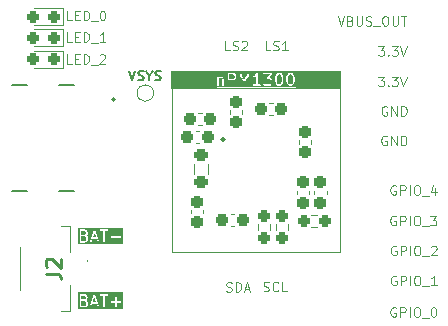
<source format=gto>
G04 #@! TF.GenerationSoftware,KiCad,Pcbnew,8.0.5*
G04 #@! TF.CreationDate,2024-09-22T09:32:30+02:00*
G04 #@! TF.ProjectId,nPM1300-breakout,6e504d31-3330-4302-9d62-7265616b6f75,rev?*
G04 #@! TF.SameCoordinates,Original*
G04 #@! TF.FileFunction,Legend,Top*
G04 #@! TF.FilePolarity,Positive*
%FSLAX46Y46*%
G04 Gerber Fmt 4.6, Leading zero omitted, Abs format (unit mm)*
G04 Created by KiCad (PCBNEW 8.0.5) date 2024-09-22 09:32:30*
%MOMM*%
%LPD*%
G01*
G04 APERTURE LIST*
G04 Aperture macros list*
%AMRoundRect*
0 Rectangle with rounded corners*
0 $1 Rounding radius*
0 $2 $3 $4 $5 $6 $7 $8 $9 X,Y pos of 4 corners*
0 Add a 4 corners polygon primitive as box body*
4,1,4,$2,$3,$4,$5,$6,$7,$8,$9,$2,$3,0*
0 Add four circle primitives for the rounded corners*
1,1,$1+$1,$2,$3*
1,1,$1+$1,$4,$5*
1,1,$1+$1,$6,$7*
1,1,$1+$1,$8,$9*
0 Add four rect primitives between the rounded corners*
20,1,$1+$1,$2,$3,$4,$5,0*
20,1,$1+$1,$4,$5,$6,$7,0*
20,1,$1+$1,$6,$7,$8,$9,0*
20,1,$1+$1,$8,$9,$2,$3,0*%
G04 Aperture macros list end*
%ADD10C,0.001000*%
%ADD11C,0.100000*%
%ADD12C,0.150000*%
%ADD13C,0.125000*%
%ADD14C,0.254000*%
%ADD15C,0.120000*%
%ADD16C,0.250000*%
%ADD17C,0.200000*%
%ADD18C,0.010000*%
%ADD19RoundRect,0.237500X0.237500X-0.250000X0.237500X0.250000X-0.237500X0.250000X-0.237500X-0.250000X0*%
%ADD20C,1.700000*%
%ADD21O,1.700000X1.700000*%
%ADD22RoundRect,0.237500X0.287500X0.237500X-0.287500X0.237500X-0.287500X-0.237500X0.287500X-0.237500X0*%
%ADD23RoundRect,0.237500X-0.237500X0.300000X-0.237500X-0.300000X0.237500X-0.300000X0.237500X0.300000X0*%
%ADD24RoundRect,0.250000X-0.350000X0.275000X-0.350000X-0.275000X0.350000X-0.275000X0.350000X0.275000X0*%
%ADD25C,1.000000*%
%ADD26RoundRect,0.237500X0.300000X0.237500X-0.300000X0.237500X-0.300000X-0.237500X0.300000X-0.237500X0*%
%ADD27R,0.800000X0.300000*%
%ADD28R,0.300000X0.800000*%
%ADD29R,3.600000X3.600000*%
%ADD30RoundRect,0.237500X0.237500X-0.300000X0.237500X0.300000X-0.237500X0.300000X-0.237500X-0.300000X0*%
%ADD31RoundRect,0.237500X-0.300000X-0.237500X0.300000X-0.237500X0.300000X0.237500X-0.300000X0.237500X0*%
%ADD32RoundRect,0.237500X-0.250000X-0.237500X0.250000X-0.237500X0.250000X0.237500X-0.250000X0.237500X0*%
%ADD33R,1.600000X0.800000*%
%ADD34R,3.000000X2.100000*%
%ADD35C,0.650000*%
%ADD36O,2.304000X1.204000*%
%ADD37O,2.004000X1.204000*%
G04 APERTURE END LIST*
D10*
X120155000Y-66200000D02*
X123925000Y-66200000D01*
X123925000Y-67580000D01*
X120155000Y-67580000D01*
X120155000Y-66200000D01*
G36*
X120155000Y-66200000D02*
G01*
X123925000Y-66200000D01*
X123925000Y-67580000D01*
X120155000Y-67580000D01*
X120155000Y-66200000D01*
G37*
D11*
X109625000Y-67580000D02*
X123875000Y-67580000D01*
X123875000Y-81480000D01*
X109625000Y-81480000D01*
X109625000Y-67580000D01*
D10*
X109575871Y-66200000D02*
X113380000Y-66200000D01*
X113380000Y-67580000D01*
X109575871Y-67580000D01*
X109575871Y-66200000D01*
G36*
X109575871Y-66200000D02*
G01*
X113380000Y-66200000D01*
X113380000Y-67580000D01*
X109575871Y-67580000D01*
X109575871Y-66200000D01*
G37*
D11*
X128635312Y-83547035D02*
X128559122Y-83508940D01*
X128559122Y-83508940D02*
X128444836Y-83508940D01*
X128444836Y-83508940D02*
X128330550Y-83547035D01*
X128330550Y-83547035D02*
X128254360Y-83623225D01*
X128254360Y-83623225D02*
X128216265Y-83699416D01*
X128216265Y-83699416D02*
X128178169Y-83851797D01*
X128178169Y-83851797D02*
X128178169Y-83966083D01*
X128178169Y-83966083D02*
X128216265Y-84118464D01*
X128216265Y-84118464D02*
X128254360Y-84194654D01*
X128254360Y-84194654D02*
X128330550Y-84270845D01*
X128330550Y-84270845D02*
X128444836Y-84308940D01*
X128444836Y-84308940D02*
X128521027Y-84308940D01*
X128521027Y-84308940D02*
X128635312Y-84270845D01*
X128635312Y-84270845D02*
X128673408Y-84232749D01*
X128673408Y-84232749D02*
X128673408Y-83966083D01*
X128673408Y-83966083D02*
X128521027Y-83966083D01*
X129016265Y-84308940D02*
X129016265Y-83508940D01*
X129016265Y-83508940D02*
X129321027Y-83508940D01*
X129321027Y-83508940D02*
X129397217Y-83547035D01*
X129397217Y-83547035D02*
X129435312Y-83585130D01*
X129435312Y-83585130D02*
X129473408Y-83661321D01*
X129473408Y-83661321D02*
X129473408Y-83775606D01*
X129473408Y-83775606D02*
X129435312Y-83851797D01*
X129435312Y-83851797D02*
X129397217Y-83889892D01*
X129397217Y-83889892D02*
X129321027Y-83927987D01*
X129321027Y-83927987D02*
X129016265Y-83927987D01*
X129816265Y-84308940D02*
X129816265Y-83508940D01*
X130349598Y-83508940D02*
X130501979Y-83508940D01*
X130501979Y-83508940D02*
X130578169Y-83547035D01*
X130578169Y-83547035D02*
X130654360Y-83623225D01*
X130654360Y-83623225D02*
X130692455Y-83775606D01*
X130692455Y-83775606D02*
X130692455Y-84042273D01*
X130692455Y-84042273D02*
X130654360Y-84194654D01*
X130654360Y-84194654D02*
X130578169Y-84270845D01*
X130578169Y-84270845D02*
X130501979Y-84308940D01*
X130501979Y-84308940D02*
X130349598Y-84308940D01*
X130349598Y-84308940D02*
X130273407Y-84270845D01*
X130273407Y-84270845D02*
X130197217Y-84194654D01*
X130197217Y-84194654D02*
X130159121Y-84042273D01*
X130159121Y-84042273D02*
X130159121Y-83775606D01*
X130159121Y-83775606D02*
X130197217Y-83623225D01*
X130197217Y-83623225D02*
X130273407Y-83547035D01*
X130273407Y-83547035D02*
X130349598Y-83508940D01*
X130844836Y-84385130D02*
X131454359Y-84385130D01*
X132063883Y-84308940D02*
X131606740Y-84308940D01*
X131835312Y-84308940D02*
X131835312Y-83508940D01*
X131835312Y-83508940D02*
X131759121Y-83623225D01*
X131759121Y-83623225D02*
X131682931Y-83699416D01*
X131682931Y-83699416D02*
X131606740Y-83737511D01*
D12*
G36*
X102342455Y-85699180D02*
G01*
X102368949Y-85725674D01*
X102403207Y-85794190D01*
X102403207Y-85901637D01*
X102368948Y-85970153D01*
X102338541Y-86000561D01*
X102270026Y-86034819D01*
X101981779Y-86034819D01*
X101981779Y-85661009D01*
X102227942Y-85661009D01*
X102342455Y-85699180D01*
G37*
G36*
X102290923Y-85219077D02*
G01*
X102321330Y-85249484D01*
X102355588Y-85318000D01*
X102355588Y-85377828D01*
X102321330Y-85446344D01*
X102290923Y-85476751D01*
X102222407Y-85511009D01*
X101981779Y-85511009D01*
X101981779Y-85184819D01*
X102222407Y-85184819D01*
X102290923Y-85219077D01*
G37*
G36*
X103231293Y-85749104D02*
G01*
X102963217Y-85749104D01*
X103097255Y-85346989D01*
X103231293Y-85749104D01*
G37*
G36*
X105472402Y-86295930D02*
G01*
X101720668Y-86295930D01*
X101720668Y-85109819D01*
X101831779Y-85109819D01*
X101831779Y-86109819D01*
X101833220Y-86124451D01*
X101844419Y-86151487D01*
X101865111Y-86172179D01*
X101892147Y-86183378D01*
X101906779Y-86184819D01*
X102287731Y-86184819D01*
X102302363Y-86183378D01*
X102304852Y-86182346D01*
X102307540Y-86182156D01*
X102321272Y-86176901D01*
X102416510Y-86129282D01*
X102422809Y-86125317D01*
X102424637Y-86124560D01*
X102426693Y-86122872D01*
X102428953Y-86121450D01*
X102430253Y-86119950D01*
X102436003Y-86115232D01*
X102450796Y-86100439D01*
X102689511Y-86100439D01*
X102691586Y-86129629D01*
X102704672Y-86155802D01*
X102726779Y-86174976D01*
X102754542Y-86184230D01*
X102783732Y-86182155D01*
X102809905Y-86169069D01*
X102829079Y-86146962D01*
X102835073Y-86133536D01*
X102913217Y-85899104D01*
X103281293Y-85899104D01*
X103359437Y-86133536D01*
X103365431Y-86146961D01*
X103384605Y-86169068D01*
X103410778Y-86182155D01*
X103439968Y-86184230D01*
X103467730Y-86174976D01*
X103489838Y-86155802D01*
X103502924Y-86129628D01*
X103504999Y-86100438D01*
X103501739Y-86086102D01*
X103171434Y-85095187D01*
X103547506Y-85095187D01*
X103547506Y-85124451D01*
X103558705Y-85151487D01*
X103579397Y-85172179D01*
X103606433Y-85183378D01*
X103621065Y-85184819D01*
X103831779Y-85184819D01*
X103831779Y-86109819D01*
X103833220Y-86124451D01*
X103844419Y-86151487D01*
X103865111Y-86172179D01*
X103892147Y-86183378D01*
X103921411Y-86183378D01*
X103948447Y-86172179D01*
X103969139Y-86151487D01*
X103980338Y-86124451D01*
X103981779Y-86109819D01*
X103981779Y-85714234D01*
X104452268Y-85714234D01*
X104452268Y-85743498D01*
X104463467Y-85770534D01*
X104484159Y-85791226D01*
X104511195Y-85802425D01*
X104525827Y-85803866D01*
X104831779Y-85803866D01*
X104831779Y-86109819D01*
X104833220Y-86124451D01*
X104844419Y-86151487D01*
X104865111Y-86172179D01*
X104892147Y-86183378D01*
X104921411Y-86183378D01*
X104948447Y-86172179D01*
X104969139Y-86151487D01*
X104980338Y-86124451D01*
X104981779Y-86109819D01*
X104981779Y-85803866D01*
X105287732Y-85803866D01*
X105302364Y-85802425D01*
X105329400Y-85791226D01*
X105350092Y-85770534D01*
X105361291Y-85743498D01*
X105361291Y-85714234D01*
X105350092Y-85687198D01*
X105329400Y-85666506D01*
X105302364Y-85655307D01*
X105287732Y-85653866D01*
X104981779Y-85653866D01*
X104981779Y-85347914D01*
X104980338Y-85333282D01*
X104969139Y-85306246D01*
X104948447Y-85285554D01*
X104921411Y-85274355D01*
X104892147Y-85274355D01*
X104865111Y-85285554D01*
X104844419Y-85306246D01*
X104833220Y-85333282D01*
X104831779Y-85347914D01*
X104831779Y-85653866D01*
X104525827Y-85653866D01*
X104511195Y-85655307D01*
X104484159Y-85666506D01*
X104463467Y-85687198D01*
X104452268Y-85714234D01*
X103981779Y-85714234D01*
X103981779Y-85184819D01*
X104192493Y-85184819D01*
X104207125Y-85183378D01*
X104234161Y-85172179D01*
X104254853Y-85151487D01*
X104266052Y-85124451D01*
X104266052Y-85095187D01*
X104254853Y-85068151D01*
X104234161Y-85047459D01*
X104207125Y-85036260D01*
X104192493Y-85034819D01*
X103621065Y-85034819D01*
X103606433Y-85036260D01*
X103579397Y-85047459D01*
X103558705Y-85068151D01*
X103547506Y-85095187D01*
X103171434Y-85095187D01*
X103168406Y-85086102D01*
X103162412Y-85072676D01*
X103158900Y-85068627D01*
X103156505Y-85063836D01*
X103149401Y-85057674D01*
X103143238Y-85050569D01*
X103138444Y-85048172D01*
X103134397Y-85044662D01*
X103125475Y-85041688D01*
X103117065Y-85037483D01*
X103111720Y-85037103D01*
X103106635Y-85035408D01*
X103097255Y-85036074D01*
X103087875Y-85035408D01*
X103082789Y-85037103D01*
X103077445Y-85037483D01*
X103069037Y-85041687D01*
X103060112Y-85044662D01*
X103056061Y-85048175D01*
X103051272Y-85050570D01*
X103045113Y-85057670D01*
X103038005Y-85063836D01*
X103035608Y-85068629D01*
X103032098Y-85072677D01*
X103026104Y-85086102D01*
X102692771Y-86086102D01*
X102689511Y-86100439D01*
X102450796Y-86100439D01*
X102483621Y-86067613D01*
X102488339Y-86061863D01*
X102489838Y-86060564D01*
X102491259Y-86058305D01*
X102492949Y-86056247D01*
X102493706Y-86054417D01*
X102497670Y-86048121D01*
X102545289Y-85952883D01*
X102550544Y-85939152D01*
X102550735Y-85936462D01*
X102551766Y-85933974D01*
X102553207Y-85919342D01*
X102553207Y-85776485D01*
X102551766Y-85761853D01*
X102550735Y-85759364D01*
X102550544Y-85756675D01*
X102545289Y-85742944D01*
X102497670Y-85647706D01*
X102493705Y-85641406D01*
X102492948Y-85639579D01*
X102491259Y-85637522D01*
X102489838Y-85635263D01*
X102488339Y-85633963D01*
X102483621Y-85628214D01*
X102436002Y-85580595D01*
X102424637Y-85571268D01*
X102422146Y-85570236D01*
X102420111Y-85568471D01*
X102414043Y-85565762D01*
X102436002Y-85543804D01*
X102440720Y-85538054D01*
X102442219Y-85536755D01*
X102443640Y-85534495D01*
X102445329Y-85532439D01*
X102446086Y-85530611D01*
X102450051Y-85524312D01*
X102497670Y-85429074D01*
X102502925Y-85415343D01*
X102503116Y-85412653D01*
X102504147Y-85410165D01*
X102505588Y-85395533D01*
X102505588Y-85300295D01*
X102504147Y-85285663D01*
X102503116Y-85283174D01*
X102502925Y-85280485D01*
X102497670Y-85266754D01*
X102450051Y-85171516D01*
X102446086Y-85165216D01*
X102445329Y-85163389D01*
X102443640Y-85161332D01*
X102442219Y-85159073D01*
X102440720Y-85157773D01*
X102436002Y-85152024D01*
X102388383Y-85104405D01*
X102382633Y-85099686D01*
X102381334Y-85098188D01*
X102379074Y-85096766D01*
X102377018Y-85095078D01*
X102375190Y-85094320D01*
X102368891Y-85090356D01*
X102273653Y-85042737D01*
X102259921Y-85037482D01*
X102257233Y-85037291D01*
X102254744Y-85036260D01*
X102240112Y-85034819D01*
X101906779Y-85034819D01*
X101892147Y-85036260D01*
X101865111Y-85047459D01*
X101844419Y-85068151D01*
X101833220Y-85095187D01*
X101831779Y-85109819D01*
X101720668Y-85109819D01*
X101720668Y-84923708D01*
X105472402Y-84923708D01*
X105472402Y-86295930D01*
G37*
D11*
X101187217Y-61876895D02*
X100806265Y-61876895D01*
X100806265Y-61876895D02*
X100806265Y-61076895D01*
X101453884Y-61457847D02*
X101720550Y-61457847D01*
X101834836Y-61876895D02*
X101453884Y-61876895D01*
X101453884Y-61876895D02*
X101453884Y-61076895D01*
X101453884Y-61076895D02*
X101834836Y-61076895D01*
X102177694Y-61876895D02*
X102177694Y-61076895D01*
X102177694Y-61076895D02*
X102368170Y-61076895D01*
X102368170Y-61076895D02*
X102482456Y-61114990D01*
X102482456Y-61114990D02*
X102558646Y-61191180D01*
X102558646Y-61191180D02*
X102596741Y-61267371D01*
X102596741Y-61267371D02*
X102634837Y-61419752D01*
X102634837Y-61419752D02*
X102634837Y-61534038D01*
X102634837Y-61534038D02*
X102596741Y-61686419D01*
X102596741Y-61686419D02*
X102558646Y-61762609D01*
X102558646Y-61762609D02*
X102482456Y-61838800D01*
X102482456Y-61838800D02*
X102368170Y-61876895D01*
X102368170Y-61876895D02*
X102177694Y-61876895D01*
X102787218Y-61953085D02*
X103396741Y-61953085D01*
X103739599Y-61076895D02*
X103815789Y-61076895D01*
X103815789Y-61076895D02*
X103891980Y-61114990D01*
X103891980Y-61114990D02*
X103930075Y-61153085D01*
X103930075Y-61153085D02*
X103968170Y-61229276D01*
X103968170Y-61229276D02*
X104006265Y-61381657D01*
X104006265Y-61381657D02*
X104006265Y-61572133D01*
X104006265Y-61572133D02*
X103968170Y-61724514D01*
X103968170Y-61724514D02*
X103930075Y-61800704D01*
X103930075Y-61800704D02*
X103891980Y-61838800D01*
X103891980Y-61838800D02*
X103815789Y-61876895D01*
X103815789Y-61876895D02*
X103739599Y-61876895D01*
X103739599Y-61876895D02*
X103663408Y-61838800D01*
X103663408Y-61838800D02*
X103625313Y-61800704D01*
X103625313Y-61800704D02*
X103587218Y-61724514D01*
X103587218Y-61724514D02*
X103549122Y-61572133D01*
X103549122Y-61572133D02*
X103549122Y-61381657D01*
X103549122Y-61381657D02*
X103587218Y-61229276D01*
X103587218Y-61229276D02*
X103625313Y-61153085D01*
X103625313Y-61153085D02*
X103663408Y-61114990D01*
X103663408Y-61114990D02*
X103739599Y-61076895D01*
D12*
G36*
X102352455Y-80209180D02*
G01*
X102378949Y-80235674D01*
X102413207Y-80304190D01*
X102413207Y-80411637D01*
X102378948Y-80480153D01*
X102348541Y-80510561D01*
X102280026Y-80544819D01*
X101991779Y-80544819D01*
X101991779Y-80171009D01*
X102237942Y-80171009D01*
X102352455Y-80209180D01*
G37*
G36*
X102300923Y-79729077D02*
G01*
X102331330Y-79759484D01*
X102365588Y-79828000D01*
X102365588Y-79887828D01*
X102331330Y-79956344D01*
X102300923Y-79986751D01*
X102232407Y-80021009D01*
X101991779Y-80021009D01*
X101991779Y-79694819D01*
X102232407Y-79694819D01*
X102300923Y-79729077D01*
G37*
G36*
X103241293Y-80259104D02*
G01*
X102973217Y-80259104D01*
X103107255Y-79856989D01*
X103241293Y-80259104D01*
G37*
G36*
X105482402Y-80805930D02*
G01*
X101730668Y-80805930D01*
X101730668Y-79619819D01*
X101841779Y-79619819D01*
X101841779Y-80619819D01*
X101843220Y-80634451D01*
X101854419Y-80661487D01*
X101875111Y-80682179D01*
X101902147Y-80693378D01*
X101916779Y-80694819D01*
X102297731Y-80694819D01*
X102312363Y-80693378D01*
X102314852Y-80692346D01*
X102317540Y-80692156D01*
X102331272Y-80686901D01*
X102426510Y-80639282D01*
X102432809Y-80635317D01*
X102434637Y-80634560D01*
X102436693Y-80632872D01*
X102438953Y-80631450D01*
X102440253Y-80629950D01*
X102446003Y-80625232D01*
X102460796Y-80610439D01*
X102699511Y-80610439D01*
X102701586Y-80639629D01*
X102714672Y-80665802D01*
X102736779Y-80684976D01*
X102764542Y-80694230D01*
X102793732Y-80692155D01*
X102819905Y-80679069D01*
X102839079Y-80656962D01*
X102845073Y-80643536D01*
X102923217Y-80409104D01*
X103291293Y-80409104D01*
X103369437Y-80643536D01*
X103375431Y-80656961D01*
X103394605Y-80679068D01*
X103420778Y-80692155D01*
X103449968Y-80694230D01*
X103477730Y-80684976D01*
X103499838Y-80665802D01*
X103512924Y-80639628D01*
X103514999Y-80610438D01*
X103511739Y-80596102D01*
X103181434Y-79605187D01*
X103557506Y-79605187D01*
X103557506Y-79634451D01*
X103568705Y-79661487D01*
X103589397Y-79682179D01*
X103616433Y-79693378D01*
X103631065Y-79694819D01*
X103841779Y-79694819D01*
X103841779Y-80619819D01*
X103843220Y-80634451D01*
X103854419Y-80661487D01*
X103875111Y-80682179D01*
X103902147Y-80693378D01*
X103931411Y-80693378D01*
X103958447Y-80682179D01*
X103979139Y-80661487D01*
X103990338Y-80634451D01*
X103991779Y-80619819D01*
X103991779Y-80224234D01*
X104462268Y-80224234D01*
X104462268Y-80253498D01*
X104473467Y-80280534D01*
X104494159Y-80301226D01*
X104521195Y-80312425D01*
X104535827Y-80313866D01*
X105297732Y-80313866D01*
X105312364Y-80312425D01*
X105339400Y-80301226D01*
X105360092Y-80280534D01*
X105371291Y-80253498D01*
X105371291Y-80224234D01*
X105360092Y-80197198D01*
X105339400Y-80176506D01*
X105312364Y-80165307D01*
X105297732Y-80163866D01*
X104535827Y-80163866D01*
X104521195Y-80165307D01*
X104494159Y-80176506D01*
X104473467Y-80197198D01*
X104462268Y-80224234D01*
X103991779Y-80224234D01*
X103991779Y-79694819D01*
X104202493Y-79694819D01*
X104217125Y-79693378D01*
X104244161Y-79682179D01*
X104264853Y-79661487D01*
X104276052Y-79634451D01*
X104276052Y-79605187D01*
X104264853Y-79578151D01*
X104244161Y-79557459D01*
X104217125Y-79546260D01*
X104202493Y-79544819D01*
X103631065Y-79544819D01*
X103616433Y-79546260D01*
X103589397Y-79557459D01*
X103568705Y-79578151D01*
X103557506Y-79605187D01*
X103181434Y-79605187D01*
X103178406Y-79596102D01*
X103172412Y-79582676D01*
X103168900Y-79578627D01*
X103166505Y-79573836D01*
X103159401Y-79567674D01*
X103153238Y-79560569D01*
X103148444Y-79558172D01*
X103144397Y-79554662D01*
X103135475Y-79551688D01*
X103127065Y-79547483D01*
X103121720Y-79547103D01*
X103116635Y-79545408D01*
X103107255Y-79546074D01*
X103097875Y-79545408D01*
X103092789Y-79547103D01*
X103087445Y-79547483D01*
X103079037Y-79551687D01*
X103070112Y-79554662D01*
X103066061Y-79558175D01*
X103061272Y-79560570D01*
X103055113Y-79567670D01*
X103048005Y-79573836D01*
X103045608Y-79578629D01*
X103042098Y-79582677D01*
X103036104Y-79596102D01*
X102702771Y-80596102D01*
X102699511Y-80610439D01*
X102460796Y-80610439D01*
X102493621Y-80577613D01*
X102498339Y-80571863D01*
X102499838Y-80570564D01*
X102501259Y-80568305D01*
X102502949Y-80566247D01*
X102503706Y-80564417D01*
X102507670Y-80558121D01*
X102555289Y-80462883D01*
X102560544Y-80449152D01*
X102560735Y-80446462D01*
X102561766Y-80443974D01*
X102563207Y-80429342D01*
X102563207Y-80286485D01*
X102561766Y-80271853D01*
X102560735Y-80269364D01*
X102560544Y-80266675D01*
X102555289Y-80252944D01*
X102507670Y-80157706D01*
X102503705Y-80151406D01*
X102502948Y-80149579D01*
X102501259Y-80147522D01*
X102499838Y-80145263D01*
X102498339Y-80143963D01*
X102493621Y-80138214D01*
X102446002Y-80090595D01*
X102434637Y-80081268D01*
X102432146Y-80080236D01*
X102430111Y-80078471D01*
X102424043Y-80075762D01*
X102446002Y-80053804D01*
X102450720Y-80048054D01*
X102452219Y-80046755D01*
X102453640Y-80044495D01*
X102455329Y-80042439D01*
X102456086Y-80040611D01*
X102460051Y-80034312D01*
X102507670Y-79939074D01*
X102512925Y-79925343D01*
X102513116Y-79922653D01*
X102514147Y-79920165D01*
X102515588Y-79905533D01*
X102515588Y-79810295D01*
X102514147Y-79795663D01*
X102513116Y-79793174D01*
X102512925Y-79790485D01*
X102507670Y-79776754D01*
X102460051Y-79681516D01*
X102456086Y-79675216D01*
X102455329Y-79673389D01*
X102453640Y-79671332D01*
X102452219Y-79669073D01*
X102450720Y-79667773D01*
X102446002Y-79662024D01*
X102398383Y-79614405D01*
X102392633Y-79609686D01*
X102391334Y-79608188D01*
X102389074Y-79606766D01*
X102387018Y-79605078D01*
X102385190Y-79604320D01*
X102378891Y-79600356D01*
X102283653Y-79552737D01*
X102269921Y-79547482D01*
X102267233Y-79547291D01*
X102264744Y-79546260D01*
X102250112Y-79544819D01*
X101916779Y-79544819D01*
X101902147Y-79546260D01*
X101875111Y-79557459D01*
X101854419Y-79578151D01*
X101843220Y-79605187D01*
X101841779Y-79619819D01*
X101730668Y-79619819D01*
X101730668Y-79433708D01*
X105482402Y-79433708D01*
X105482402Y-80805930D01*
G37*
D11*
X117408169Y-84788800D02*
X117522455Y-84826895D01*
X117522455Y-84826895D02*
X117712931Y-84826895D01*
X117712931Y-84826895D02*
X117789122Y-84788800D01*
X117789122Y-84788800D02*
X117827217Y-84750704D01*
X117827217Y-84750704D02*
X117865312Y-84674514D01*
X117865312Y-84674514D02*
X117865312Y-84598323D01*
X117865312Y-84598323D02*
X117827217Y-84522133D01*
X117827217Y-84522133D02*
X117789122Y-84484038D01*
X117789122Y-84484038D02*
X117712931Y-84445942D01*
X117712931Y-84445942D02*
X117560550Y-84407847D01*
X117560550Y-84407847D02*
X117484360Y-84369752D01*
X117484360Y-84369752D02*
X117446265Y-84331657D01*
X117446265Y-84331657D02*
X117408169Y-84255466D01*
X117408169Y-84255466D02*
X117408169Y-84179276D01*
X117408169Y-84179276D02*
X117446265Y-84103085D01*
X117446265Y-84103085D02*
X117484360Y-84064990D01*
X117484360Y-84064990D02*
X117560550Y-84026895D01*
X117560550Y-84026895D02*
X117751027Y-84026895D01*
X117751027Y-84026895D02*
X117865312Y-84064990D01*
X118665313Y-84750704D02*
X118627217Y-84788800D01*
X118627217Y-84788800D02*
X118512932Y-84826895D01*
X118512932Y-84826895D02*
X118436741Y-84826895D01*
X118436741Y-84826895D02*
X118322455Y-84788800D01*
X118322455Y-84788800D02*
X118246265Y-84712609D01*
X118246265Y-84712609D02*
X118208170Y-84636419D01*
X118208170Y-84636419D02*
X118170074Y-84484038D01*
X118170074Y-84484038D02*
X118170074Y-84369752D01*
X118170074Y-84369752D02*
X118208170Y-84217371D01*
X118208170Y-84217371D02*
X118246265Y-84141180D01*
X118246265Y-84141180D02*
X118322455Y-84064990D01*
X118322455Y-84064990D02*
X118436741Y-84026895D01*
X118436741Y-84026895D02*
X118512932Y-84026895D01*
X118512932Y-84026895D02*
X118627217Y-84064990D01*
X118627217Y-84064990D02*
X118665313Y-84103085D01*
X119389122Y-84826895D02*
X119008170Y-84826895D01*
X119008170Y-84826895D02*
X119008170Y-84026895D01*
X127835312Y-71694990D02*
X127759122Y-71656895D01*
X127759122Y-71656895D02*
X127644836Y-71656895D01*
X127644836Y-71656895D02*
X127530550Y-71694990D01*
X127530550Y-71694990D02*
X127454360Y-71771180D01*
X127454360Y-71771180D02*
X127416265Y-71847371D01*
X127416265Y-71847371D02*
X127378169Y-71999752D01*
X127378169Y-71999752D02*
X127378169Y-72114038D01*
X127378169Y-72114038D02*
X127416265Y-72266419D01*
X127416265Y-72266419D02*
X127454360Y-72342609D01*
X127454360Y-72342609D02*
X127530550Y-72418800D01*
X127530550Y-72418800D02*
X127644836Y-72456895D01*
X127644836Y-72456895D02*
X127721027Y-72456895D01*
X127721027Y-72456895D02*
X127835312Y-72418800D01*
X127835312Y-72418800D02*
X127873408Y-72380704D01*
X127873408Y-72380704D02*
X127873408Y-72114038D01*
X127873408Y-72114038D02*
X127721027Y-72114038D01*
X128216265Y-72456895D02*
X128216265Y-71656895D01*
X128216265Y-71656895D02*
X128673408Y-72456895D01*
X128673408Y-72456895D02*
X128673408Y-71656895D01*
X129054360Y-72456895D02*
X129054360Y-71656895D01*
X129054360Y-71656895D02*
X129244836Y-71656895D01*
X129244836Y-71656895D02*
X129359122Y-71694990D01*
X129359122Y-71694990D02*
X129435312Y-71771180D01*
X129435312Y-71771180D02*
X129473407Y-71847371D01*
X129473407Y-71847371D02*
X129511503Y-71999752D01*
X129511503Y-71999752D02*
X129511503Y-72114038D01*
X129511503Y-72114038D02*
X129473407Y-72266419D01*
X129473407Y-72266419D02*
X129435312Y-72342609D01*
X129435312Y-72342609D02*
X129359122Y-72418800D01*
X129359122Y-72418800D02*
X129244836Y-72456895D01*
X129244836Y-72456895D02*
X129054360Y-72456895D01*
X114248169Y-84808800D02*
X114362455Y-84846895D01*
X114362455Y-84846895D02*
X114552931Y-84846895D01*
X114552931Y-84846895D02*
X114629122Y-84808800D01*
X114629122Y-84808800D02*
X114667217Y-84770704D01*
X114667217Y-84770704D02*
X114705312Y-84694514D01*
X114705312Y-84694514D02*
X114705312Y-84618323D01*
X114705312Y-84618323D02*
X114667217Y-84542133D01*
X114667217Y-84542133D02*
X114629122Y-84504038D01*
X114629122Y-84504038D02*
X114552931Y-84465942D01*
X114552931Y-84465942D02*
X114400550Y-84427847D01*
X114400550Y-84427847D02*
X114324360Y-84389752D01*
X114324360Y-84389752D02*
X114286265Y-84351657D01*
X114286265Y-84351657D02*
X114248169Y-84275466D01*
X114248169Y-84275466D02*
X114248169Y-84199276D01*
X114248169Y-84199276D02*
X114286265Y-84123085D01*
X114286265Y-84123085D02*
X114324360Y-84084990D01*
X114324360Y-84084990D02*
X114400550Y-84046895D01*
X114400550Y-84046895D02*
X114591027Y-84046895D01*
X114591027Y-84046895D02*
X114705312Y-84084990D01*
X115048170Y-84846895D02*
X115048170Y-84046895D01*
X115048170Y-84046895D02*
X115238646Y-84046895D01*
X115238646Y-84046895D02*
X115352932Y-84084990D01*
X115352932Y-84084990D02*
X115429122Y-84161180D01*
X115429122Y-84161180D02*
X115467217Y-84237371D01*
X115467217Y-84237371D02*
X115505313Y-84389752D01*
X115505313Y-84389752D02*
X115505313Y-84504038D01*
X115505313Y-84504038D02*
X115467217Y-84656419D01*
X115467217Y-84656419D02*
X115429122Y-84732609D01*
X115429122Y-84732609D02*
X115352932Y-84808800D01*
X115352932Y-84808800D02*
X115238646Y-84846895D01*
X115238646Y-84846895D02*
X115048170Y-84846895D01*
X115810074Y-84618323D02*
X116191027Y-84618323D01*
X115733884Y-84846895D02*
X116000551Y-84046895D01*
X116000551Y-84046895D02*
X116267217Y-84846895D01*
X128635312Y-81009080D02*
X128559122Y-80970985D01*
X128559122Y-80970985D02*
X128444836Y-80970985D01*
X128444836Y-80970985D02*
X128330550Y-81009080D01*
X128330550Y-81009080D02*
X128254360Y-81085270D01*
X128254360Y-81085270D02*
X128216265Y-81161461D01*
X128216265Y-81161461D02*
X128178169Y-81313842D01*
X128178169Y-81313842D02*
X128178169Y-81428128D01*
X128178169Y-81428128D02*
X128216265Y-81580509D01*
X128216265Y-81580509D02*
X128254360Y-81656699D01*
X128254360Y-81656699D02*
X128330550Y-81732890D01*
X128330550Y-81732890D02*
X128444836Y-81770985D01*
X128444836Y-81770985D02*
X128521027Y-81770985D01*
X128521027Y-81770985D02*
X128635312Y-81732890D01*
X128635312Y-81732890D02*
X128673408Y-81694794D01*
X128673408Y-81694794D02*
X128673408Y-81428128D01*
X128673408Y-81428128D02*
X128521027Y-81428128D01*
X129016265Y-81770985D02*
X129016265Y-80970985D01*
X129016265Y-80970985D02*
X129321027Y-80970985D01*
X129321027Y-80970985D02*
X129397217Y-81009080D01*
X129397217Y-81009080D02*
X129435312Y-81047175D01*
X129435312Y-81047175D02*
X129473408Y-81123366D01*
X129473408Y-81123366D02*
X129473408Y-81237651D01*
X129473408Y-81237651D02*
X129435312Y-81313842D01*
X129435312Y-81313842D02*
X129397217Y-81351937D01*
X129397217Y-81351937D02*
X129321027Y-81390032D01*
X129321027Y-81390032D02*
X129016265Y-81390032D01*
X129816265Y-81770985D02*
X129816265Y-80970985D01*
X130349598Y-80970985D02*
X130501979Y-80970985D01*
X130501979Y-80970985D02*
X130578169Y-81009080D01*
X130578169Y-81009080D02*
X130654360Y-81085270D01*
X130654360Y-81085270D02*
X130692455Y-81237651D01*
X130692455Y-81237651D02*
X130692455Y-81504318D01*
X130692455Y-81504318D02*
X130654360Y-81656699D01*
X130654360Y-81656699D02*
X130578169Y-81732890D01*
X130578169Y-81732890D02*
X130501979Y-81770985D01*
X130501979Y-81770985D02*
X130349598Y-81770985D01*
X130349598Y-81770985D02*
X130273407Y-81732890D01*
X130273407Y-81732890D02*
X130197217Y-81656699D01*
X130197217Y-81656699D02*
X130159121Y-81504318D01*
X130159121Y-81504318D02*
X130159121Y-81237651D01*
X130159121Y-81237651D02*
X130197217Y-81085270D01*
X130197217Y-81085270D02*
X130273407Y-81009080D01*
X130273407Y-81009080D02*
X130349598Y-80970985D01*
X130844836Y-81847175D02*
X131454359Y-81847175D01*
X131606740Y-81047175D02*
X131644836Y-81009080D01*
X131644836Y-81009080D02*
X131721026Y-80970985D01*
X131721026Y-80970985D02*
X131911502Y-80970985D01*
X131911502Y-80970985D02*
X131987693Y-81009080D01*
X131987693Y-81009080D02*
X132025788Y-81047175D01*
X132025788Y-81047175D02*
X132063883Y-81123366D01*
X132063883Y-81123366D02*
X132063883Y-81199556D01*
X132063883Y-81199556D02*
X132025788Y-81313842D01*
X132025788Y-81313842D02*
X131568645Y-81770985D01*
X131568645Y-81770985D02*
X132063883Y-81770985D01*
X128605312Y-86214990D02*
X128529122Y-86176895D01*
X128529122Y-86176895D02*
X128414836Y-86176895D01*
X128414836Y-86176895D02*
X128300550Y-86214990D01*
X128300550Y-86214990D02*
X128224360Y-86291180D01*
X128224360Y-86291180D02*
X128186265Y-86367371D01*
X128186265Y-86367371D02*
X128148169Y-86519752D01*
X128148169Y-86519752D02*
X128148169Y-86634038D01*
X128148169Y-86634038D02*
X128186265Y-86786419D01*
X128186265Y-86786419D02*
X128224360Y-86862609D01*
X128224360Y-86862609D02*
X128300550Y-86938800D01*
X128300550Y-86938800D02*
X128414836Y-86976895D01*
X128414836Y-86976895D02*
X128491027Y-86976895D01*
X128491027Y-86976895D02*
X128605312Y-86938800D01*
X128605312Y-86938800D02*
X128643408Y-86900704D01*
X128643408Y-86900704D02*
X128643408Y-86634038D01*
X128643408Y-86634038D02*
X128491027Y-86634038D01*
X128986265Y-86976895D02*
X128986265Y-86176895D01*
X128986265Y-86176895D02*
X129291027Y-86176895D01*
X129291027Y-86176895D02*
X129367217Y-86214990D01*
X129367217Y-86214990D02*
X129405312Y-86253085D01*
X129405312Y-86253085D02*
X129443408Y-86329276D01*
X129443408Y-86329276D02*
X129443408Y-86443561D01*
X129443408Y-86443561D02*
X129405312Y-86519752D01*
X129405312Y-86519752D02*
X129367217Y-86557847D01*
X129367217Y-86557847D02*
X129291027Y-86595942D01*
X129291027Y-86595942D02*
X128986265Y-86595942D01*
X129786265Y-86976895D02*
X129786265Y-86176895D01*
X130319598Y-86176895D02*
X130471979Y-86176895D01*
X130471979Y-86176895D02*
X130548169Y-86214990D01*
X130548169Y-86214990D02*
X130624360Y-86291180D01*
X130624360Y-86291180D02*
X130662455Y-86443561D01*
X130662455Y-86443561D02*
X130662455Y-86710228D01*
X130662455Y-86710228D02*
X130624360Y-86862609D01*
X130624360Y-86862609D02*
X130548169Y-86938800D01*
X130548169Y-86938800D02*
X130471979Y-86976895D01*
X130471979Y-86976895D02*
X130319598Y-86976895D01*
X130319598Y-86976895D02*
X130243407Y-86938800D01*
X130243407Y-86938800D02*
X130167217Y-86862609D01*
X130167217Y-86862609D02*
X130129121Y-86710228D01*
X130129121Y-86710228D02*
X130129121Y-86443561D01*
X130129121Y-86443561D02*
X130167217Y-86291180D01*
X130167217Y-86291180D02*
X130243407Y-86214990D01*
X130243407Y-86214990D02*
X130319598Y-86176895D01*
X130814836Y-87053085D02*
X131424359Y-87053085D01*
X131767217Y-86176895D02*
X131843407Y-86176895D01*
X131843407Y-86176895D02*
X131919598Y-86214990D01*
X131919598Y-86214990D02*
X131957693Y-86253085D01*
X131957693Y-86253085D02*
X131995788Y-86329276D01*
X131995788Y-86329276D02*
X132033883Y-86481657D01*
X132033883Y-86481657D02*
X132033883Y-86672133D01*
X132033883Y-86672133D02*
X131995788Y-86824514D01*
X131995788Y-86824514D02*
X131957693Y-86900704D01*
X131957693Y-86900704D02*
X131919598Y-86938800D01*
X131919598Y-86938800D02*
X131843407Y-86976895D01*
X131843407Y-86976895D02*
X131767217Y-86976895D01*
X131767217Y-86976895D02*
X131691026Y-86938800D01*
X131691026Y-86938800D02*
X131652931Y-86900704D01*
X131652931Y-86900704D02*
X131614836Y-86824514D01*
X131614836Y-86824514D02*
X131576740Y-86672133D01*
X131576740Y-86672133D02*
X131576740Y-86481657D01*
X131576740Y-86481657D02*
X131614836Y-86329276D01*
X131614836Y-86329276D02*
X131652931Y-86253085D01*
X131652931Y-86253085D02*
X131691026Y-86214990D01*
X131691026Y-86214990D02*
X131767217Y-86176895D01*
X128595312Y-78489080D02*
X128519122Y-78450985D01*
X128519122Y-78450985D02*
X128404836Y-78450985D01*
X128404836Y-78450985D02*
X128290550Y-78489080D01*
X128290550Y-78489080D02*
X128214360Y-78565270D01*
X128214360Y-78565270D02*
X128176265Y-78641461D01*
X128176265Y-78641461D02*
X128138169Y-78793842D01*
X128138169Y-78793842D02*
X128138169Y-78908128D01*
X128138169Y-78908128D02*
X128176265Y-79060509D01*
X128176265Y-79060509D02*
X128214360Y-79136699D01*
X128214360Y-79136699D02*
X128290550Y-79212890D01*
X128290550Y-79212890D02*
X128404836Y-79250985D01*
X128404836Y-79250985D02*
X128481027Y-79250985D01*
X128481027Y-79250985D02*
X128595312Y-79212890D01*
X128595312Y-79212890D02*
X128633408Y-79174794D01*
X128633408Y-79174794D02*
X128633408Y-78908128D01*
X128633408Y-78908128D02*
X128481027Y-78908128D01*
X128976265Y-79250985D02*
X128976265Y-78450985D01*
X128976265Y-78450985D02*
X129281027Y-78450985D01*
X129281027Y-78450985D02*
X129357217Y-78489080D01*
X129357217Y-78489080D02*
X129395312Y-78527175D01*
X129395312Y-78527175D02*
X129433408Y-78603366D01*
X129433408Y-78603366D02*
X129433408Y-78717651D01*
X129433408Y-78717651D02*
X129395312Y-78793842D01*
X129395312Y-78793842D02*
X129357217Y-78831937D01*
X129357217Y-78831937D02*
X129281027Y-78870032D01*
X129281027Y-78870032D02*
X128976265Y-78870032D01*
X129776265Y-79250985D02*
X129776265Y-78450985D01*
X130309598Y-78450985D02*
X130461979Y-78450985D01*
X130461979Y-78450985D02*
X130538169Y-78489080D01*
X130538169Y-78489080D02*
X130614360Y-78565270D01*
X130614360Y-78565270D02*
X130652455Y-78717651D01*
X130652455Y-78717651D02*
X130652455Y-78984318D01*
X130652455Y-78984318D02*
X130614360Y-79136699D01*
X130614360Y-79136699D02*
X130538169Y-79212890D01*
X130538169Y-79212890D02*
X130461979Y-79250985D01*
X130461979Y-79250985D02*
X130309598Y-79250985D01*
X130309598Y-79250985D02*
X130233407Y-79212890D01*
X130233407Y-79212890D02*
X130157217Y-79136699D01*
X130157217Y-79136699D02*
X130119121Y-78984318D01*
X130119121Y-78984318D02*
X130119121Y-78717651D01*
X130119121Y-78717651D02*
X130157217Y-78565270D01*
X130157217Y-78565270D02*
X130233407Y-78489080D01*
X130233407Y-78489080D02*
X130309598Y-78450985D01*
X130804836Y-79327175D02*
X131414359Y-79327175D01*
X131528645Y-78450985D02*
X132023883Y-78450985D01*
X132023883Y-78450985D02*
X131757217Y-78755747D01*
X131757217Y-78755747D02*
X131871502Y-78755747D01*
X131871502Y-78755747D02*
X131947693Y-78793842D01*
X131947693Y-78793842D02*
X131985788Y-78831937D01*
X131985788Y-78831937D02*
X132023883Y-78908128D01*
X132023883Y-78908128D02*
X132023883Y-79098604D01*
X132023883Y-79098604D02*
X131985788Y-79174794D01*
X131985788Y-79174794D02*
X131947693Y-79212890D01*
X131947693Y-79212890D02*
X131871502Y-79250985D01*
X131871502Y-79250985D02*
X131642931Y-79250985D01*
X131642931Y-79250985D02*
X131566740Y-79212890D01*
X131566740Y-79212890D02*
X131528645Y-79174794D01*
X114567217Y-64426895D02*
X114186265Y-64426895D01*
X114186265Y-64426895D02*
X114186265Y-63626895D01*
X114795788Y-64388800D02*
X114910074Y-64426895D01*
X114910074Y-64426895D02*
X115100550Y-64426895D01*
X115100550Y-64426895D02*
X115176741Y-64388800D01*
X115176741Y-64388800D02*
X115214836Y-64350704D01*
X115214836Y-64350704D02*
X115252931Y-64274514D01*
X115252931Y-64274514D02*
X115252931Y-64198323D01*
X115252931Y-64198323D02*
X115214836Y-64122133D01*
X115214836Y-64122133D02*
X115176741Y-64084038D01*
X115176741Y-64084038D02*
X115100550Y-64045942D01*
X115100550Y-64045942D02*
X114948169Y-64007847D01*
X114948169Y-64007847D02*
X114871979Y-63969752D01*
X114871979Y-63969752D02*
X114833884Y-63931657D01*
X114833884Y-63931657D02*
X114795788Y-63855466D01*
X114795788Y-63855466D02*
X114795788Y-63779276D01*
X114795788Y-63779276D02*
X114833884Y-63703085D01*
X114833884Y-63703085D02*
X114871979Y-63664990D01*
X114871979Y-63664990D02*
X114948169Y-63626895D01*
X114948169Y-63626895D02*
X115138646Y-63626895D01*
X115138646Y-63626895D02*
X115252931Y-63664990D01*
X115557693Y-63703085D02*
X115595789Y-63664990D01*
X115595789Y-63664990D02*
X115671979Y-63626895D01*
X115671979Y-63626895D02*
X115862455Y-63626895D01*
X115862455Y-63626895D02*
X115938646Y-63664990D01*
X115938646Y-63664990D02*
X115976741Y-63703085D01*
X115976741Y-63703085D02*
X116014836Y-63779276D01*
X116014836Y-63779276D02*
X116014836Y-63855466D01*
X116014836Y-63855466D02*
X115976741Y-63969752D01*
X115976741Y-63969752D02*
X115519598Y-64426895D01*
X115519598Y-64426895D02*
X116014836Y-64426895D01*
X117997217Y-64426895D02*
X117616265Y-64426895D01*
X117616265Y-64426895D02*
X117616265Y-63626895D01*
X118225788Y-64388800D02*
X118340074Y-64426895D01*
X118340074Y-64426895D02*
X118530550Y-64426895D01*
X118530550Y-64426895D02*
X118606741Y-64388800D01*
X118606741Y-64388800D02*
X118644836Y-64350704D01*
X118644836Y-64350704D02*
X118682931Y-64274514D01*
X118682931Y-64274514D02*
X118682931Y-64198323D01*
X118682931Y-64198323D02*
X118644836Y-64122133D01*
X118644836Y-64122133D02*
X118606741Y-64084038D01*
X118606741Y-64084038D02*
X118530550Y-64045942D01*
X118530550Y-64045942D02*
X118378169Y-64007847D01*
X118378169Y-64007847D02*
X118301979Y-63969752D01*
X118301979Y-63969752D02*
X118263884Y-63931657D01*
X118263884Y-63931657D02*
X118225788Y-63855466D01*
X118225788Y-63855466D02*
X118225788Y-63779276D01*
X118225788Y-63779276D02*
X118263884Y-63703085D01*
X118263884Y-63703085D02*
X118301979Y-63664990D01*
X118301979Y-63664990D02*
X118378169Y-63626895D01*
X118378169Y-63626895D02*
X118568646Y-63626895D01*
X118568646Y-63626895D02*
X118682931Y-63664990D01*
X119444836Y-64426895D02*
X118987693Y-64426895D01*
X119216265Y-64426895D02*
X119216265Y-63626895D01*
X119216265Y-63626895D02*
X119140074Y-63741180D01*
X119140074Y-63741180D02*
X119063884Y-63817371D01*
X119063884Y-63817371D02*
X118987693Y-63855466D01*
D13*
G36*
X118850572Y-66470105D02*
G01*
X118883845Y-66503378D01*
X118923861Y-66583411D01*
X118967950Y-66759765D01*
X118967950Y-66982472D01*
X118923861Y-67158826D01*
X118883845Y-67238857D01*
X118850569Y-67272134D01*
X118777600Y-67308619D01*
X118711872Y-67308619D01*
X118638902Y-67272134D01*
X118605626Y-67238857D01*
X118565610Y-67158826D01*
X118521522Y-66982471D01*
X118521522Y-66759765D01*
X118565610Y-66583410D01*
X118605627Y-66503378D01*
X118638900Y-66470105D01*
X118711872Y-66433619D01*
X118777600Y-66433619D01*
X118850572Y-66470105D01*
G37*
G36*
X119802953Y-66470105D02*
G01*
X119836226Y-66503378D01*
X119876242Y-66583411D01*
X119920331Y-66759765D01*
X119920331Y-66982472D01*
X119876242Y-67158826D01*
X119836226Y-67238857D01*
X119802950Y-67272134D01*
X119729981Y-67308619D01*
X119664253Y-67308619D01*
X119591283Y-67272134D01*
X119558007Y-67238857D01*
X119517991Y-67158826D01*
X119473903Y-66982471D01*
X119473903Y-66759765D01*
X119517991Y-66583410D01*
X119558008Y-66503378D01*
X119591281Y-66470105D01*
X119664253Y-66433619D01*
X119729981Y-66433619D01*
X119802953Y-66470105D01*
G37*
G36*
X114898191Y-66470105D02*
G01*
X114931464Y-66503378D01*
X114967950Y-66576350D01*
X114967950Y-66689697D01*
X114931464Y-66762669D01*
X114898191Y-66795942D01*
X114825219Y-66832428D01*
X114521522Y-66832428D01*
X114521522Y-66433619D01*
X114825219Y-66433619D01*
X114898191Y-66470105D01*
G37*
G36*
X120156442Y-67544730D02*
G01*
X113380649Y-67544730D01*
X113380649Y-66704452D01*
X113491760Y-66704452D01*
X113491760Y-67371119D01*
X113496518Y-67395037D01*
X113530342Y-67428861D01*
X113578178Y-67428861D01*
X113612002Y-67395037D01*
X113616760Y-67371119D01*
X113616760Y-66825578D01*
X113638900Y-66803438D01*
X113711872Y-66766952D01*
X113825219Y-66766952D01*
X113888627Y-66798656D01*
X113920331Y-66862064D01*
X113920331Y-67371119D01*
X113925089Y-67395037D01*
X113958913Y-67428861D01*
X114006749Y-67428861D01*
X114040573Y-67395037D01*
X114045331Y-67371119D01*
X114045331Y-66847309D01*
X114044720Y-66844237D01*
X114045173Y-66842879D01*
X114042527Y-66833218D01*
X114040573Y-66823391D01*
X114039559Y-66822377D01*
X114038733Y-66819358D01*
X113991114Y-66724120D01*
X113983483Y-66714289D01*
X113982428Y-66711121D01*
X113978900Y-66708382D01*
X113976162Y-66704855D01*
X113972993Y-66703799D01*
X113963163Y-66696169D01*
X113867925Y-66648550D01*
X113864905Y-66647723D01*
X113863892Y-66646710D01*
X113854064Y-66644755D01*
X113844404Y-66642110D01*
X113843045Y-66642562D01*
X113839974Y-66641952D01*
X113697117Y-66641952D01*
X113694045Y-66642562D01*
X113692687Y-66642110D01*
X113683026Y-66644755D01*
X113673199Y-66646710D01*
X113672185Y-66647723D01*
X113669166Y-66648550D01*
X113609734Y-66678266D01*
X113578178Y-66646710D01*
X113530342Y-66646710D01*
X113496518Y-66680534D01*
X113491760Y-66704452D01*
X113380649Y-66704452D01*
X113380649Y-66371119D01*
X114396522Y-66371119D01*
X114396522Y-67371119D01*
X114401280Y-67395037D01*
X114435104Y-67428861D01*
X114482940Y-67428861D01*
X114516764Y-67395037D01*
X114521522Y-67371119D01*
X114521522Y-66957428D01*
X114839974Y-66957428D01*
X114843045Y-66956817D01*
X114844404Y-66957270D01*
X114854064Y-66954624D01*
X114863892Y-66952670D01*
X114864905Y-66951656D01*
X114867925Y-66950830D01*
X114963163Y-66903211D01*
X114971084Y-66897063D01*
X114979406Y-66891503D01*
X115027025Y-66843884D01*
X115032585Y-66835562D01*
X115038733Y-66827641D01*
X115086352Y-66732403D01*
X115087178Y-66729383D01*
X115088192Y-66728370D01*
X115090146Y-66718542D01*
X115092792Y-66708882D01*
X115092339Y-66707523D01*
X115092950Y-66704452D01*
X115092950Y-66561595D01*
X115092339Y-66558523D01*
X115092792Y-66557165D01*
X115090146Y-66547504D01*
X115088192Y-66537677D01*
X115087178Y-66536663D01*
X115086352Y-66533644D01*
X115038733Y-66438406D01*
X115032585Y-66430484D01*
X115027025Y-66422163D01*
X114979406Y-66374544D01*
X114974281Y-66371119D01*
X115396522Y-66371119D01*
X115396522Y-67371119D01*
X115401280Y-67395037D01*
X115435104Y-67428861D01*
X115482940Y-67428861D01*
X115516764Y-67395037D01*
X115521522Y-67371119D01*
X115521522Y-66652840D01*
X115735719Y-67111835D01*
X115745247Y-67124822D01*
X115746263Y-67127614D01*
X115747833Y-67128347D01*
X115750145Y-67131497D01*
X115770250Y-67138808D01*
X115789611Y-67147843D01*
X115792353Y-67146845D01*
X115795099Y-67147844D01*
X115814478Y-67138800D01*
X115834565Y-67131496D01*
X115836873Y-67128349D01*
X115838447Y-67127615D01*
X115839463Y-67124819D01*
X115848991Y-67111834D01*
X116063188Y-66652841D01*
X116063188Y-67371119D01*
X116067946Y-67395037D01*
X116101770Y-67428861D01*
X116149606Y-67428861D01*
X116183430Y-67395037D01*
X116188188Y-67371119D01*
X116188188Y-66661263D01*
X116491918Y-66661263D01*
X116513310Y-66704049D01*
X116558690Y-66719175D01*
X116582211Y-66712735D01*
X116677449Y-66665116D01*
X116685370Y-66658968D01*
X116693692Y-66653408D01*
X116777474Y-66569626D01*
X116777474Y-67308619D01*
X116554260Y-67308619D01*
X116530342Y-67313377D01*
X116496518Y-67347201D01*
X116496518Y-67395037D01*
X116530342Y-67428861D01*
X116554260Y-67433619D01*
X117125688Y-67433619D01*
X117149606Y-67428861D01*
X117183430Y-67395037D01*
X117183430Y-67347201D01*
X117149606Y-67313377D01*
X117125688Y-67308619D01*
X116902474Y-67308619D01*
X116902474Y-67299797D01*
X117401279Y-67299797D01*
X117414827Y-67320074D01*
X117462446Y-67367694D01*
X117470774Y-67373258D01*
X117478690Y-67379402D01*
X117573928Y-67427021D01*
X117576947Y-67427847D01*
X117577961Y-67428861D01*
X117587788Y-67430815D01*
X117597449Y-67433461D01*
X117598807Y-67433008D01*
X117601879Y-67433619D01*
X117887593Y-67433619D01*
X117890664Y-67433008D01*
X117892023Y-67433461D01*
X117901683Y-67430815D01*
X117911511Y-67428861D01*
X117912524Y-67427847D01*
X117915544Y-67427021D01*
X118010782Y-67379402D01*
X118018697Y-67373258D01*
X118027026Y-67367694D01*
X118074645Y-67320074D01*
X118080208Y-67311746D01*
X118086352Y-67303831D01*
X118133971Y-67208593D01*
X118134797Y-67205573D01*
X118135811Y-67204560D01*
X118137765Y-67194732D01*
X118140411Y-67185072D01*
X118139958Y-67183713D01*
X118140569Y-67180642D01*
X118140569Y-66942547D01*
X118139958Y-66939475D01*
X118140411Y-66938117D01*
X118137765Y-66928456D01*
X118135811Y-66918629D01*
X118134797Y-66917615D01*
X118133971Y-66914596D01*
X118086352Y-66819358D01*
X118080204Y-66811436D01*
X118074644Y-66803115D01*
X118027025Y-66755496D01*
X118021900Y-66752071D01*
X118396522Y-66752071D01*
X118396522Y-66990166D01*
X118398015Y-66997675D01*
X118398388Y-67005324D01*
X118446007Y-67195800D01*
X118448930Y-67201988D01*
X118450739Y-67208593D01*
X118498358Y-67303831D01*
X118504498Y-67311742D01*
X118510065Y-67320074D01*
X118557684Y-67367694D01*
X118566012Y-67373258D01*
X118573928Y-67379402D01*
X118669166Y-67427021D01*
X118672185Y-67427847D01*
X118673199Y-67428861D01*
X118683026Y-67430815D01*
X118692687Y-67433461D01*
X118694045Y-67433008D01*
X118697117Y-67433619D01*
X118792355Y-67433619D01*
X118795426Y-67433008D01*
X118796785Y-67433461D01*
X118806445Y-67430815D01*
X118816273Y-67428861D01*
X118817286Y-67427847D01*
X118820306Y-67427021D01*
X118915544Y-67379402D01*
X118923459Y-67373258D01*
X118931788Y-67367694D01*
X118979407Y-67320074D01*
X118984970Y-67311746D01*
X118991114Y-67303831D01*
X119038733Y-67208593D01*
X119040541Y-67201988D01*
X119043465Y-67195800D01*
X119091084Y-67005325D01*
X119091456Y-66997675D01*
X119092950Y-66990166D01*
X119092950Y-66752071D01*
X119348903Y-66752071D01*
X119348903Y-66990166D01*
X119350396Y-66997675D01*
X119350769Y-67005324D01*
X119398388Y-67195800D01*
X119401311Y-67201988D01*
X119403120Y-67208593D01*
X119450739Y-67303831D01*
X119456879Y-67311742D01*
X119462446Y-67320074D01*
X119510065Y-67367694D01*
X119518393Y-67373258D01*
X119526309Y-67379402D01*
X119621547Y-67427021D01*
X119624566Y-67427847D01*
X119625580Y-67428861D01*
X119635407Y-67430815D01*
X119645068Y-67433461D01*
X119646426Y-67433008D01*
X119649498Y-67433619D01*
X119744736Y-67433619D01*
X119747807Y-67433008D01*
X119749166Y-67433461D01*
X119758826Y-67430815D01*
X119768654Y-67428861D01*
X119769667Y-67427847D01*
X119772687Y-67427021D01*
X119867925Y-67379402D01*
X119875840Y-67373258D01*
X119884169Y-67367694D01*
X119931788Y-67320074D01*
X119937351Y-67311746D01*
X119943495Y-67303831D01*
X119991114Y-67208593D01*
X119992922Y-67201988D01*
X119995846Y-67195800D01*
X120043465Y-67005325D01*
X120043837Y-66997675D01*
X120045331Y-66990166D01*
X120045331Y-66752071D01*
X120043837Y-66744561D01*
X120043465Y-66736912D01*
X119995846Y-66546437D01*
X119992922Y-66540248D01*
X119991114Y-66533644D01*
X119943495Y-66438406D01*
X119937347Y-66430484D01*
X119931787Y-66422163D01*
X119884168Y-66374544D01*
X119875846Y-66368983D01*
X119867925Y-66362836D01*
X119772687Y-66315217D01*
X119769667Y-66314390D01*
X119768654Y-66313377D01*
X119758826Y-66311422D01*
X119749166Y-66308777D01*
X119747807Y-66309229D01*
X119744736Y-66308619D01*
X119649498Y-66308619D01*
X119646426Y-66309229D01*
X119645068Y-66308777D01*
X119635407Y-66311422D01*
X119625580Y-66313377D01*
X119624566Y-66314390D01*
X119621547Y-66315217D01*
X119526309Y-66362836D01*
X119518387Y-66368983D01*
X119510066Y-66374544D01*
X119462447Y-66422163D01*
X119456886Y-66430484D01*
X119450739Y-66438406D01*
X119403120Y-66533644D01*
X119401311Y-66540248D01*
X119398388Y-66546437D01*
X119350769Y-66736913D01*
X119350396Y-66744561D01*
X119348903Y-66752071D01*
X119092950Y-66752071D01*
X119091456Y-66744561D01*
X119091084Y-66736912D01*
X119043465Y-66546437D01*
X119040541Y-66540248D01*
X119038733Y-66533644D01*
X118991114Y-66438406D01*
X118984966Y-66430484D01*
X118979406Y-66422163D01*
X118931787Y-66374544D01*
X118923465Y-66368983D01*
X118915544Y-66362836D01*
X118820306Y-66315217D01*
X118817286Y-66314390D01*
X118816273Y-66313377D01*
X118806445Y-66311422D01*
X118796785Y-66308777D01*
X118795426Y-66309229D01*
X118792355Y-66308619D01*
X118697117Y-66308619D01*
X118694045Y-66309229D01*
X118692687Y-66308777D01*
X118683026Y-66311422D01*
X118673199Y-66313377D01*
X118672185Y-66314390D01*
X118669166Y-66315217D01*
X118573928Y-66362836D01*
X118566006Y-66368983D01*
X118557685Y-66374544D01*
X118510066Y-66422163D01*
X118504505Y-66430484D01*
X118498358Y-66438406D01*
X118450739Y-66533644D01*
X118448930Y-66540248D01*
X118446007Y-66546437D01*
X118398388Y-66736913D01*
X118398015Y-66744561D01*
X118396522Y-66752071D01*
X118021900Y-66752071D01*
X118018703Y-66749935D01*
X118010782Y-66743788D01*
X117915544Y-66696169D01*
X117912524Y-66695342D01*
X117911511Y-66694329D01*
X117901683Y-66692374D01*
X117892023Y-66689729D01*
X117890664Y-66690181D01*
X117887593Y-66689571D01*
X117882472Y-66689571D01*
X118125105Y-66412275D01*
X118133972Y-66396875D01*
X118135811Y-66395037D01*
X118135811Y-66393682D01*
X118137274Y-66391142D01*
X118135811Y-66369191D01*
X118135811Y-66347201D01*
X118134240Y-66345630D01*
X118134093Y-66343414D01*
X118117544Y-66328934D01*
X118101987Y-66313377D01*
X118099109Y-66312804D01*
X118098092Y-66311914D01*
X118095500Y-66312086D01*
X118078069Y-66308619D01*
X117459022Y-66308619D01*
X117435104Y-66313377D01*
X117401280Y-66347201D01*
X117401280Y-66395037D01*
X117435104Y-66428861D01*
X117459022Y-66433619D01*
X117940333Y-66433619D01*
X117697700Y-66710914D01*
X117688832Y-66726314D01*
X117686994Y-66728153D01*
X117686994Y-66729507D01*
X117685531Y-66732048D01*
X117686994Y-66753998D01*
X117686994Y-66775989D01*
X117688564Y-66777559D01*
X117688712Y-66779776D01*
X117705260Y-66794255D01*
X117720818Y-66809813D01*
X117723695Y-66810385D01*
X117724713Y-66811276D01*
X117727304Y-66811103D01*
X117744736Y-66814571D01*
X117872838Y-66814571D01*
X117945810Y-66851057D01*
X117979083Y-66884330D01*
X118015569Y-66957302D01*
X118015569Y-67165887D01*
X117979083Y-67238857D01*
X117945807Y-67272134D01*
X117872838Y-67308619D01*
X117616634Y-67308619D01*
X117543664Y-67272134D01*
X117503217Y-67231686D01*
X117482940Y-67218138D01*
X117435105Y-67218137D01*
X117401280Y-67251962D01*
X117401279Y-67299797D01*
X116902474Y-67299797D01*
X116902474Y-66371119D01*
X116897716Y-66347201D01*
X116893167Y-66342652D01*
X116891905Y-66336342D01*
X116876760Y-66326245D01*
X116863892Y-66313377D01*
X116857458Y-66313377D01*
X116852103Y-66309807D01*
X116834253Y-66313377D01*
X116816056Y-66313377D01*
X116811506Y-66317926D01*
X116805197Y-66319188D01*
X116787971Y-66336450D01*
X116696165Y-66474159D01*
X116612477Y-66557847D01*
X116526309Y-66600931D01*
X116507044Y-66615883D01*
X116491918Y-66661263D01*
X116188188Y-66661263D01*
X116188188Y-66371119D01*
X116183430Y-66347201D01*
X116175576Y-66339347D01*
X116171780Y-66328908D01*
X116159324Y-66323095D01*
X116149606Y-66313377D01*
X116138499Y-66313377D01*
X116128432Y-66308679D01*
X116115513Y-66313377D01*
X116101770Y-66313377D01*
X116093917Y-66321229D01*
X116083478Y-66325026D01*
X116069052Y-66344688D01*
X115792355Y-66937610D01*
X115515658Y-66344689D01*
X115501232Y-66325027D01*
X115490794Y-66321231D01*
X115482940Y-66313377D01*
X115469195Y-66313377D01*
X115456278Y-66308680D01*
X115446213Y-66313377D01*
X115435104Y-66313377D01*
X115425383Y-66323097D01*
X115412930Y-66328909D01*
X115409134Y-66339346D01*
X115401280Y-66347201D01*
X115396522Y-66371119D01*
X114974281Y-66371119D01*
X114971084Y-66368983D01*
X114963163Y-66362836D01*
X114867925Y-66315217D01*
X114864905Y-66314390D01*
X114863892Y-66313377D01*
X114854064Y-66311422D01*
X114844404Y-66308777D01*
X114843045Y-66309229D01*
X114839974Y-66308619D01*
X114459022Y-66308619D01*
X114435104Y-66313377D01*
X114401280Y-66347201D01*
X114396522Y-66371119D01*
X113380649Y-66371119D01*
X113380649Y-66197508D01*
X120156442Y-66197508D01*
X120156442Y-67544730D01*
G37*
D11*
X127120074Y-66646895D02*
X127615312Y-66646895D01*
X127615312Y-66646895D02*
X127348646Y-66951657D01*
X127348646Y-66951657D02*
X127462931Y-66951657D01*
X127462931Y-66951657D02*
X127539122Y-66989752D01*
X127539122Y-66989752D02*
X127577217Y-67027847D01*
X127577217Y-67027847D02*
X127615312Y-67104038D01*
X127615312Y-67104038D02*
X127615312Y-67294514D01*
X127615312Y-67294514D02*
X127577217Y-67370704D01*
X127577217Y-67370704D02*
X127539122Y-67408800D01*
X127539122Y-67408800D02*
X127462931Y-67446895D01*
X127462931Y-67446895D02*
X127234360Y-67446895D01*
X127234360Y-67446895D02*
X127158169Y-67408800D01*
X127158169Y-67408800D02*
X127120074Y-67370704D01*
X127958170Y-67370704D02*
X127996265Y-67408800D01*
X127996265Y-67408800D02*
X127958170Y-67446895D01*
X127958170Y-67446895D02*
X127920074Y-67408800D01*
X127920074Y-67408800D02*
X127958170Y-67370704D01*
X127958170Y-67370704D02*
X127958170Y-67446895D01*
X128262931Y-66646895D02*
X128758169Y-66646895D01*
X128758169Y-66646895D02*
X128491503Y-66951657D01*
X128491503Y-66951657D02*
X128605788Y-66951657D01*
X128605788Y-66951657D02*
X128681979Y-66989752D01*
X128681979Y-66989752D02*
X128720074Y-67027847D01*
X128720074Y-67027847D02*
X128758169Y-67104038D01*
X128758169Y-67104038D02*
X128758169Y-67294514D01*
X128758169Y-67294514D02*
X128720074Y-67370704D01*
X128720074Y-67370704D02*
X128681979Y-67408800D01*
X128681979Y-67408800D02*
X128605788Y-67446895D01*
X128605788Y-67446895D02*
X128377217Y-67446895D01*
X128377217Y-67446895D02*
X128301026Y-67408800D01*
X128301026Y-67408800D02*
X128262931Y-67370704D01*
X128986741Y-66646895D02*
X129253408Y-67446895D01*
X129253408Y-67446895D02*
X129520074Y-66646895D01*
X127120074Y-64076895D02*
X127615312Y-64076895D01*
X127615312Y-64076895D02*
X127348646Y-64381657D01*
X127348646Y-64381657D02*
X127462931Y-64381657D01*
X127462931Y-64381657D02*
X127539122Y-64419752D01*
X127539122Y-64419752D02*
X127577217Y-64457847D01*
X127577217Y-64457847D02*
X127615312Y-64534038D01*
X127615312Y-64534038D02*
X127615312Y-64724514D01*
X127615312Y-64724514D02*
X127577217Y-64800704D01*
X127577217Y-64800704D02*
X127539122Y-64838800D01*
X127539122Y-64838800D02*
X127462931Y-64876895D01*
X127462931Y-64876895D02*
X127234360Y-64876895D01*
X127234360Y-64876895D02*
X127158169Y-64838800D01*
X127158169Y-64838800D02*
X127120074Y-64800704D01*
X127958170Y-64800704D02*
X127996265Y-64838800D01*
X127996265Y-64838800D02*
X127958170Y-64876895D01*
X127958170Y-64876895D02*
X127920074Y-64838800D01*
X127920074Y-64838800D02*
X127958170Y-64800704D01*
X127958170Y-64800704D02*
X127958170Y-64876895D01*
X128262931Y-64076895D02*
X128758169Y-64076895D01*
X128758169Y-64076895D02*
X128491503Y-64381657D01*
X128491503Y-64381657D02*
X128605788Y-64381657D01*
X128605788Y-64381657D02*
X128681979Y-64419752D01*
X128681979Y-64419752D02*
X128720074Y-64457847D01*
X128720074Y-64457847D02*
X128758169Y-64534038D01*
X128758169Y-64534038D02*
X128758169Y-64724514D01*
X128758169Y-64724514D02*
X128720074Y-64800704D01*
X128720074Y-64800704D02*
X128681979Y-64838800D01*
X128681979Y-64838800D02*
X128605788Y-64876895D01*
X128605788Y-64876895D02*
X128377217Y-64876895D01*
X128377217Y-64876895D02*
X128301026Y-64838800D01*
X128301026Y-64838800D02*
X128262931Y-64800704D01*
X128986741Y-64076895D02*
X129253408Y-64876895D01*
X129253408Y-64876895D02*
X129520074Y-64076895D01*
X123681979Y-61526895D02*
X123948646Y-62326895D01*
X123948646Y-62326895D02*
X124215312Y-61526895D01*
X124748645Y-61907847D02*
X124862931Y-61945942D01*
X124862931Y-61945942D02*
X124901026Y-61984038D01*
X124901026Y-61984038D02*
X124939122Y-62060228D01*
X124939122Y-62060228D02*
X124939122Y-62174514D01*
X124939122Y-62174514D02*
X124901026Y-62250704D01*
X124901026Y-62250704D02*
X124862931Y-62288800D01*
X124862931Y-62288800D02*
X124786741Y-62326895D01*
X124786741Y-62326895D02*
X124481979Y-62326895D01*
X124481979Y-62326895D02*
X124481979Y-61526895D01*
X124481979Y-61526895D02*
X124748645Y-61526895D01*
X124748645Y-61526895D02*
X124824836Y-61564990D01*
X124824836Y-61564990D02*
X124862931Y-61603085D01*
X124862931Y-61603085D02*
X124901026Y-61679276D01*
X124901026Y-61679276D02*
X124901026Y-61755466D01*
X124901026Y-61755466D02*
X124862931Y-61831657D01*
X124862931Y-61831657D02*
X124824836Y-61869752D01*
X124824836Y-61869752D02*
X124748645Y-61907847D01*
X124748645Y-61907847D02*
X124481979Y-61907847D01*
X125281979Y-61526895D02*
X125281979Y-62174514D01*
X125281979Y-62174514D02*
X125320074Y-62250704D01*
X125320074Y-62250704D02*
X125358169Y-62288800D01*
X125358169Y-62288800D02*
X125434360Y-62326895D01*
X125434360Y-62326895D02*
X125586741Y-62326895D01*
X125586741Y-62326895D02*
X125662931Y-62288800D01*
X125662931Y-62288800D02*
X125701026Y-62250704D01*
X125701026Y-62250704D02*
X125739122Y-62174514D01*
X125739122Y-62174514D02*
X125739122Y-61526895D01*
X126081978Y-62288800D02*
X126196264Y-62326895D01*
X126196264Y-62326895D02*
X126386740Y-62326895D01*
X126386740Y-62326895D02*
X126462931Y-62288800D01*
X126462931Y-62288800D02*
X126501026Y-62250704D01*
X126501026Y-62250704D02*
X126539121Y-62174514D01*
X126539121Y-62174514D02*
X126539121Y-62098323D01*
X126539121Y-62098323D02*
X126501026Y-62022133D01*
X126501026Y-62022133D02*
X126462931Y-61984038D01*
X126462931Y-61984038D02*
X126386740Y-61945942D01*
X126386740Y-61945942D02*
X126234359Y-61907847D01*
X126234359Y-61907847D02*
X126158169Y-61869752D01*
X126158169Y-61869752D02*
X126120074Y-61831657D01*
X126120074Y-61831657D02*
X126081978Y-61755466D01*
X126081978Y-61755466D02*
X126081978Y-61679276D01*
X126081978Y-61679276D02*
X126120074Y-61603085D01*
X126120074Y-61603085D02*
X126158169Y-61564990D01*
X126158169Y-61564990D02*
X126234359Y-61526895D01*
X126234359Y-61526895D02*
X126424836Y-61526895D01*
X126424836Y-61526895D02*
X126539121Y-61564990D01*
X126691503Y-62403085D02*
X127301026Y-62403085D01*
X127643884Y-61526895D02*
X127796265Y-61526895D01*
X127796265Y-61526895D02*
X127872455Y-61564990D01*
X127872455Y-61564990D02*
X127948646Y-61641180D01*
X127948646Y-61641180D02*
X127986741Y-61793561D01*
X127986741Y-61793561D02*
X127986741Y-62060228D01*
X127986741Y-62060228D02*
X127948646Y-62212609D01*
X127948646Y-62212609D02*
X127872455Y-62288800D01*
X127872455Y-62288800D02*
X127796265Y-62326895D01*
X127796265Y-62326895D02*
X127643884Y-62326895D01*
X127643884Y-62326895D02*
X127567693Y-62288800D01*
X127567693Y-62288800D02*
X127491503Y-62212609D01*
X127491503Y-62212609D02*
X127453407Y-62060228D01*
X127453407Y-62060228D02*
X127453407Y-61793561D01*
X127453407Y-61793561D02*
X127491503Y-61641180D01*
X127491503Y-61641180D02*
X127567693Y-61564990D01*
X127567693Y-61564990D02*
X127643884Y-61526895D01*
X128329598Y-61526895D02*
X128329598Y-62174514D01*
X128329598Y-62174514D02*
X128367693Y-62250704D01*
X128367693Y-62250704D02*
X128405788Y-62288800D01*
X128405788Y-62288800D02*
X128481979Y-62326895D01*
X128481979Y-62326895D02*
X128634360Y-62326895D01*
X128634360Y-62326895D02*
X128710550Y-62288800D01*
X128710550Y-62288800D02*
X128748645Y-62250704D01*
X128748645Y-62250704D02*
X128786741Y-62174514D01*
X128786741Y-62174514D02*
X128786741Y-61526895D01*
X129053407Y-61526895D02*
X129510550Y-61526895D01*
X129281978Y-62326895D02*
X129281978Y-61526895D01*
X101187217Y-63686895D02*
X100806265Y-63686895D01*
X100806265Y-63686895D02*
X100806265Y-62886895D01*
X101453884Y-63267847D02*
X101720550Y-63267847D01*
X101834836Y-63686895D02*
X101453884Y-63686895D01*
X101453884Y-63686895D02*
X101453884Y-62886895D01*
X101453884Y-62886895D02*
X101834836Y-62886895D01*
X102177694Y-63686895D02*
X102177694Y-62886895D01*
X102177694Y-62886895D02*
X102368170Y-62886895D01*
X102368170Y-62886895D02*
X102482456Y-62924990D01*
X102482456Y-62924990D02*
X102558646Y-63001180D01*
X102558646Y-63001180D02*
X102596741Y-63077371D01*
X102596741Y-63077371D02*
X102634837Y-63229752D01*
X102634837Y-63229752D02*
X102634837Y-63344038D01*
X102634837Y-63344038D02*
X102596741Y-63496419D01*
X102596741Y-63496419D02*
X102558646Y-63572609D01*
X102558646Y-63572609D02*
X102482456Y-63648800D01*
X102482456Y-63648800D02*
X102368170Y-63686895D01*
X102368170Y-63686895D02*
X102177694Y-63686895D01*
X102787218Y-63763085D02*
X103396741Y-63763085D01*
X104006265Y-63686895D02*
X103549122Y-63686895D01*
X103777694Y-63686895D02*
X103777694Y-62886895D01*
X103777694Y-62886895D02*
X103701503Y-63001180D01*
X103701503Y-63001180D02*
X103625313Y-63077371D01*
X103625313Y-63077371D02*
X103549122Y-63115466D01*
X128605312Y-75887035D02*
X128529122Y-75848940D01*
X128529122Y-75848940D02*
X128414836Y-75848940D01*
X128414836Y-75848940D02*
X128300550Y-75887035D01*
X128300550Y-75887035D02*
X128224360Y-75963225D01*
X128224360Y-75963225D02*
X128186265Y-76039416D01*
X128186265Y-76039416D02*
X128148169Y-76191797D01*
X128148169Y-76191797D02*
X128148169Y-76306083D01*
X128148169Y-76306083D02*
X128186265Y-76458464D01*
X128186265Y-76458464D02*
X128224360Y-76534654D01*
X128224360Y-76534654D02*
X128300550Y-76610845D01*
X128300550Y-76610845D02*
X128414836Y-76648940D01*
X128414836Y-76648940D02*
X128491027Y-76648940D01*
X128491027Y-76648940D02*
X128605312Y-76610845D01*
X128605312Y-76610845D02*
X128643408Y-76572749D01*
X128643408Y-76572749D02*
X128643408Y-76306083D01*
X128643408Y-76306083D02*
X128491027Y-76306083D01*
X128986265Y-76648940D02*
X128986265Y-75848940D01*
X128986265Y-75848940D02*
X129291027Y-75848940D01*
X129291027Y-75848940D02*
X129367217Y-75887035D01*
X129367217Y-75887035D02*
X129405312Y-75925130D01*
X129405312Y-75925130D02*
X129443408Y-76001321D01*
X129443408Y-76001321D02*
X129443408Y-76115606D01*
X129443408Y-76115606D02*
X129405312Y-76191797D01*
X129405312Y-76191797D02*
X129367217Y-76229892D01*
X129367217Y-76229892D02*
X129291027Y-76267987D01*
X129291027Y-76267987D02*
X128986265Y-76267987D01*
X129786265Y-76648940D02*
X129786265Y-75848940D01*
X130319598Y-75848940D02*
X130471979Y-75848940D01*
X130471979Y-75848940D02*
X130548169Y-75887035D01*
X130548169Y-75887035D02*
X130624360Y-75963225D01*
X130624360Y-75963225D02*
X130662455Y-76115606D01*
X130662455Y-76115606D02*
X130662455Y-76382273D01*
X130662455Y-76382273D02*
X130624360Y-76534654D01*
X130624360Y-76534654D02*
X130548169Y-76610845D01*
X130548169Y-76610845D02*
X130471979Y-76648940D01*
X130471979Y-76648940D02*
X130319598Y-76648940D01*
X130319598Y-76648940D02*
X130243407Y-76610845D01*
X130243407Y-76610845D02*
X130167217Y-76534654D01*
X130167217Y-76534654D02*
X130129121Y-76382273D01*
X130129121Y-76382273D02*
X130129121Y-76115606D01*
X130129121Y-76115606D02*
X130167217Y-75963225D01*
X130167217Y-75963225D02*
X130243407Y-75887035D01*
X130243407Y-75887035D02*
X130319598Y-75848940D01*
X130814836Y-76725130D02*
X131424359Y-76725130D01*
X131957693Y-76115606D02*
X131957693Y-76648940D01*
X131767217Y-75810845D02*
X131576740Y-76382273D01*
X131576740Y-76382273D02*
X132071979Y-76382273D01*
X101187217Y-65546895D02*
X100806265Y-65546895D01*
X100806265Y-65546895D02*
X100806265Y-64746895D01*
X101453884Y-65127847D02*
X101720550Y-65127847D01*
X101834836Y-65546895D02*
X101453884Y-65546895D01*
X101453884Y-65546895D02*
X101453884Y-64746895D01*
X101453884Y-64746895D02*
X101834836Y-64746895D01*
X102177694Y-65546895D02*
X102177694Y-64746895D01*
X102177694Y-64746895D02*
X102368170Y-64746895D01*
X102368170Y-64746895D02*
X102482456Y-64784990D01*
X102482456Y-64784990D02*
X102558646Y-64861180D01*
X102558646Y-64861180D02*
X102596741Y-64937371D01*
X102596741Y-64937371D02*
X102634837Y-65089752D01*
X102634837Y-65089752D02*
X102634837Y-65204038D01*
X102634837Y-65204038D02*
X102596741Y-65356419D01*
X102596741Y-65356419D02*
X102558646Y-65432609D01*
X102558646Y-65432609D02*
X102482456Y-65508800D01*
X102482456Y-65508800D02*
X102368170Y-65546895D01*
X102368170Y-65546895D02*
X102177694Y-65546895D01*
X102787218Y-65623085D02*
X103396741Y-65623085D01*
X103549122Y-64823085D02*
X103587218Y-64784990D01*
X103587218Y-64784990D02*
X103663408Y-64746895D01*
X103663408Y-64746895D02*
X103853884Y-64746895D01*
X103853884Y-64746895D02*
X103930075Y-64784990D01*
X103930075Y-64784990D02*
X103968170Y-64823085D01*
X103968170Y-64823085D02*
X104006265Y-64899276D01*
X104006265Y-64899276D02*
X104006265Y-64975466D01*
X104006265Y-64975466D02*
X103968170Y-65089752D01*
X103968170Y-65089752D02*
X103511027Y-65546895D01*
X103511027Y-65546895D02*
X104006265Y-65546895D01*
X127855312Y-69184990D02*
X127779122Y-69146895D01*
X127779122Y-69146895D02*
X127664836Y-69146895D01*
X127664836Y-69146895D02*
X127550550Y-69184990D01*
X127550550Y-69184990D02*
X127474360Y-69261180D01*
X127474360Y-69261180D02*
X127436265Y-69337371D01*
X127436265Y-69337371D02*
X127398169Y-69489752D01*
X127398169Y-69489752D02*
X127398169Y-69604038D01*
X127398169Y-69604038D02*
X127436265Y-69756419D01*
X127436265Y-69756419D02*
X127474360Y-69832609D01*
X127474360Y-69832609D02*
X127550550Y-69908800D01*
X127550550Y-69908800D02*
X127664836Y-69946895D01*
X127664836Y-69946895D02*
X127741027Y-69946895D01*
X127741027Y-69946895D02*
X127855312Y-69908800D01*
X127855312Y-69908800D02*
X127893408Y-69870704D01*
X127893408Y-69870704D02*
X127893408Y-69604038D01*
X127893408Y-69604038D02*
X127741027Y-69604038D01*
X128236265Y-69946895D02*
X128236265Y-69146895D01*
X128236265Y-69146895D02*
X128693408Y-69946895D01*
X128693408Y-69946895D02*
X128693408Y-69146895D01*
X129074360Y-69946895D02*
X129074360Y-69146895D01*
X129074360Y-69146895D02*
X129264836Y-69146895D01*
X129264836Y-69146895D02*
X129379122Y-69184990D01*
X129379122Y-69184990D02*
X129455312Y-69261180D01*
X129455312Y-69261180D02*
X129493407Y-69337371D01*
X129493407Y-69337371D02*
X129531503Y-69489752D01*
X129531503Y-69489752D02*
X129531503Y-69604038D01*
X129531503Y-69604038D02*
X129493407Y-69756419D01*
X129493407Y-69756419D02*
X129455312Y-69832609D01*
X129455312Y-69832609D02*
X129379122Y-69908800D01*
X129379122Y-69908800D02*
X129264836Y-69946895D01*
X129264836Y-69946895D02*
X129074360Y-69946895D01*
D12*
X106028571Y-66154295D02*
X106295238Y-66954295D01*
X106295238Y-66954295D02*
X106561904Y-66154295D01*
X106790475Y-66916200D02*
X106904761Y-66954295D01*
X106904761Y-66954295D02*
X107095237Y-66954295D01*
X107095237Y-66954295D02*
X107171428Y-66916200D01*
X107171428Y-66916200D02*
X107209523Y-66878104D01*
X107209523Y-66878104D02*
X107247618Y-66801914D01*
X107247618Y-66801914D02*
X107247618Y-66725723D01*
X107247618Y-66725723D02*
X107209523Y-66649533D01*
X107209523Y-66649533D02*
X107171428Y-66611438D01*
X107171428Y-66611438D02*
X107095237Y-66573342D01*
X107095237Y-66573342D02*
X106942856Y-66535247D01*
X106942856Y-66535247D02*
X106866666Y-66497152D01*
X106866666Y-66497152D02*
X106828571Y-66459057D01*
X106828571Y-66459057D02*
X106790475Y-66382866D01*
X106790475Y-66382866D02*
X106790475Y-66306676D01*
X106790475Y-66306676D02*
X106828571Y-66230485D01*
X106828571Y-66230485D02*
X106866666Y-66192390D01*
X106866666Y-66192390D02*
X106942856Y-66154295D01*
X106942856Y-66154295D02*
X107133333Y-66154295D01*
X107133333Y-66154295D02*
X107247618Y-66192390D01*
X107742857Y-66573342D02*
X107742857Y-66954295D01*
X107476190Y-66154295D02*
X107742857Y-66573342D01*
X107742857Y-66573342D02*
X108009523Y-66154295D01*
X108238094Y-66916200D02*
X108352380Y-66954295D01*
X108352380Y-66954295D02*
X108542856Y-66954295D01*
X108542856Y-66954295D02*
X108619047Y-66916200D01*
X108619047Y-66916200D02*
X108657142Y-66878104D01*
X108657142Y-66878104D02*
X108695237Y-66801914D01*
X108695237Y-66801914D02*
X108695237Y-66725723D01*
X108695237Y-66725723D02*
X108657142Y-66649533D01*
X108657142Y-66649533D02*
X108619047Y-66611438D01*
X108619047Y-66611438D02*
X108542856Y-66573342D01*
X108542856Y-66573342D02*
X108390475Y-66535247D01*
X108390475Y-66535247D02*
X108314285Y-66497152D01*
X108314285Y-66497152D02*
X108276190Y-66459057D01*
X108276190Y-66459057D02*
X108238094Y-66382866D01*
X108238094Y-66382866D02*
X108238094Y-66306676D01*
X108238094Y-66306676D02*
X108276190Y-66230485D01*
X108276190Y-66230485D02*
X108314285Y-66192390D01*
X108314285Y-66192390D02*
X108390475Y-66154295D01*
X108390475Y-66154295D02*
X108580952Y-66154295D01*
X108580952Y-66154295D02*
X108695237Y-66192390D01*
D14*
X98969318Y-83318332D02*
X99876461Y-83318332D01*
X99876461Y-83318332D02*
X100057889Y-83378809D01*
X100057889Y-83378809D02*
X100178842Y-83499761D01*
X100178842Y-83499761D02*
X100239318Y-83681190D01*
X100239318Y-83681190D02*
X100239318Y-83802142D01*
X99090270Y-82774047D02*
X99029794Y-82713571D01*
X99029794Y-82713571D02*
X98969318Y-82592618D01*
X98969318Y-82592618D02*
X98969318Y-82290237D01*
X98969318Y-82290237D02*
X99029794Y-82169285D01*
X99029794Y-82169285D02*
X99090270Y-82108809D01*
X99090270Y-82108809D02*
X99211222Y-82048332D01*
X99211222Y-82048332D02*
X99332175Y-82048332D01*
X99332175Y-82048332D02*
X99513603Y-82108809D01*
X99513603Y-82108809D02*
X100239318Y-82834523D01*
X100239318Y-82834523D02*
X100239318Y-82048332D01*
D15*
X116947500Y-79617224D02*
X116947500Y-79107776D01*
X117992500Y-79617224D02*
X117992500Y-79107776D01*
X97992500Y-65915000D02*
X100452500Y-65915000D01*
X100452500Y-64445000D02*
X97992500Y-64445000D01*
X100452500Y-65915000D02*
X100452500Y-64445000D01*
X120200000Y-76323733D02*
X120200000Y-76616267D01*
X121220000Y-76323733D02*
X121220000Y-76616267D01*
X97995000Y-64085000D02*
X100455000Y-64085000D01*
X100455000Y-62615000D02*
X97995000Y-62615000D01*
X100455000Y-64085000D02*
X100455000Y-62615000D01*
X111560000Y-74049758D02*
X111560000Y-74870242D01*
X112680000Y-74049758D02*
X112680000Y-74870242D01*
X108100000Y-68040000D02*
G75*
G02*
X106700000Y-68040000I-700000J0D01*
G01*
X106700000Y-68040000D02*
G75*
G02*
X108100000Y-68040000I700000J0D01*
G01*
X118198767Y-68910000D02*
X117906233Y-68910000D01*
X118198767Y-69930000D02*
X117906233Y-69930000D01*
D16*
X114105000Y-71970000D02*
G75*
G02*
X113855000Y-71970000I-125000J0D01*
G01*
X113855000Y-71970000D02*
G75*
G02*
X114105000Y-71970000I125000J0D01*
G01*
D15*
X114550000Y-69798767D02*
X114550000Y-69506233D01*
X115570000Y-69798767D02*
X115570000Y-69506233D01*
X111673733Y-71230000D02*
X111966267Y-71230000D01*
X111673733Y-72250000D02*
X111966267Y-72250000D01*
X121467776Y-78377500D02*
X121977224Y-78377500D01*
X121467776Y-79422500D02*
X121977224Y-79422500D01*
X118457500Y-79617224D02*
X118457500Y-79107776D01*
X119502500Y-79617224D02*
X119502500Y-79107776D01*
D11*
X96790000Y-81095000D02*
X96790000Y-84695000D01*
X100290000Y-79270000D02*
X100990000Y-79270000D01*
X100990000Y-79270000D02*
X100990000Y-81495000D01*
X100990000Y-84295000D02*
X100990000Y-86520000D01*
X100990000Y-86520000D02*
X100290000Y-86520000D01*
X102490000Y-82195000D02*
X102490000Y-82195000D01*
X102490000Y-82295000D02*
X102490000Y-82295000D01*
X102490000Y-82195000D02*
G75*
G02*
X102490000Y-82295000I0J-50000D01*
G01*
X102490000Y-82295000D02*
G75*
G02*
X102490000Y-82195000I0J50000D01*
G01*
D15*
X111270000Y-78236267D02*
X111270000Y-77943733D01*
X112290000Y-78236267D02*
X112290000Y-77943733D01*
X121720000Y-76326233D02*
X121720000Y-76618767D01*
X122740000Y-76326233D02*
X122740000Y-76618767D01*
X97995000Y-62295000D02*
X100455000Y-62295000D01*
X100455000Y-60825000D02*
X97995000Y-60825000D01*
X100455000Y-62295000D02*
X100455000Y-60825000D01*
X120400000Y-72043733D02*
X120400000Y-72336267D01*
X121420000Y-72043733D02*
X121420000Y-72336267D01*
X114926267Y-78260000D02*
X114633733Y-78260000D01*
X114926267Y-79280000D02*
X114633733Y-79280000D01*
D17*
X96100000Y-76310000D02*
X97380000Y-76310000D01*
X97380000Y-67370000D02*
X96100000Y-67370000D01*
X101350000Y-67370000D02*
X100100000Y-67370000D01*
X101350000Y-76310000D02*
X100100000Y-76310000D01*
X104800000Y-68590000D02*
G75*
G02*
X104600000Y-68590000I-100000J0D01*
G01*
X104600000Y-68590000D02*
G75*
G02*
X104800000Y-68590000I100000J0D01*
G01*
D15*
X112176267Y-69700000D02*
X111883733Y-69700000D01*
X112176267Y-70720000D02*
X111883733Y-70720000D01*
%LPC*%
D18*
X104080000Y-68990000D02*
X102830000Y-68990000D01*
X102830000Y-68290000D01*
X104080000Y-68290000D01*
X104080000Y-68990000D01*
G36*
X104080000Y-68990000D02*
G01*
X102830000Y-68990000D01*
X102830000Y-68290000D01*
X104080000Y-68290000D01*
X104080000Y-68990000D01*
G37*
X104080000Y-69790000D02*
X102830000Y-69790000D01*
X102830000Y-69090000D01*
X104080000Y-69090000D01*
X104080000Y-69790000D01*
G36*
X104080000Y-69790000D02*
G01*
X102830000Y-69790000D01*
X102830000Y-69090000D01*
X104080000Y-69090000D01*
X104080000Y-69790000D01*
G37*
X104080000Y-70290000D02*
X102830000Y-70290000D01*
X102830000Y-69890000D01*
X104080000Y-69890000D01*
X104080000Y-70290000D01*
G36*
X104080000Y-70290000D02*
G01*
X102830000Y-70290000D01*
X102830000Y-69890000D01*
X104080000Y-69890000D01*
X104080000Y-70290000D01*
G37*
X104080000Y-70790000D02*
X102830000Y-70790000D01*
X102830000Y-70390000D01*
X104080000Y-70390000D01*
X104080000Y-70790000D01*
G36*
X104080000Y-70790000D02*
G01*
X102830000Y-70790000D01*
X102830000Y-70390000D01*
X104080000Y-70390000D01*
X104080000Y-70790000D01*
G37*
X104080000Y-71290000D02*
X102830000Y-71290000D01*
X102830000Y-70890000D01*
X104080000Y-70890000D01*
X104080000Y-71290000D01*
G36*
X104080000Y-71290000D02*
G01*
X102830000Y-71290000D01*
X102830000Y-70890000D01*
X104080000Y-70890000D01*
X104080000Y-71290000D01*
G37*
X104080000Y-71790000D02*
X102830000Y-71790000D01*
X102830000Y-71390000D01*
X104080000Y-71390000D01*
X104080000Y-71790000D01*
G36*
X104080000Y-71790000D02*
G01*
X102830000Y-71790000D01*
X102830000Y-71390000D01*
X104080000Y-71390000D01*
X104080000Y-71790000D01*
G37*
X104080000Y-72290000D02*
X102830000Y-72290000D01*
X102830000Y-71890000D01*
X104080000Y-71890000D01*
X104080000Y-72290000D01*
G36*
X104080000Y-72290000D02*
G01*
X102830000Y-72290000D01*
X102830000Y-71890000D01*
X104080000Y-71890000D01*
X104080000Y-72290000D01*
G37*
X104080000Y-72790000D02*
X102830000Y-72790000D01*
X102830000Y-72390000D01*
X104080000Y-72390000D01*
X104080000Y-72790000D01*
G36*
X104080000Y-72790000D02*
G01*
X102830000Y-72790000D01*
X102830000Y-72390000D01*
X104080000Y-72390000D01*
X104080000Y-72790000D01*
G37*
X104080000Y-73290000D02*
X102830000Y-73290000D01*
X102830000Y-72890000D01*
X104080000Y-72890000D01*
X104080000Y-73290000D01*
G36*
X104080000Y-73290000D02*
G01*
X102830000Y-73290000D01*
X102830000Y-72890000D01*
X104080000Y-72890000D01*
X104080000Y-73290000D01*
G37*
X104080000Y-73790000D02*
X102830000Y-73790000D01*
X102830000Y-73390000D01*
X104080000Y-73390000D01*
X104080000Y-73790000D01*
G36*
X104080000Y-73790000D02*
G01*
X102830000Y-73790000D01*
X102830000Y-73390000D01*
X104080000Y-73390000D01*
X104080000Y-73790000D01*
G37*
X104080000Y-74590000D02*
X102830000Y-74590000D01*
X102830000Y-73890000D01*
X104080000Y-73890000D01*
X104080000Y-74590000D01*
G36*
X104080000Y-74590000D02*
G01*
X102830000Y-74590000D01*
X102830000Y-73890000D01*
X104080000Y-73890000D01*
X104080000Y-74590000D01*
G37*
X104080000Y-75390000D02*
X102830000Y-75390000D01*
X102830000Y-74690000D01*
X104080000Y-74690000D01*
X104080000Y-75390000D01*
G36*
X104080000Y-75390000D02*
G01*
X102830000Y-75390000D01*
X102830000Y-74690000D01*
X104080000Y-74690000D01*
X104080000Y-75390000D01*
G37*
D19*
X117470000Y-80275000D03*
X117470000Y-78450000D03*
D20*
X131390000Y-61930000D03*
D21*
X133930000Y-61930000D03*
X131390000Y-64470000D03*
X133930000Y-64470000D03*
X131390000Y-67010000D03*
X133930000Y-67010000D03*
X131390000Y-69550000D03*
X133930000Y-69550000D03*
X131390000Y-72090000D03*
X133930000Y-72090000D03*
D22*
X99667500Y-65180000D03*
X97917500Y-65180000D03*
D23*
X120710000Y-75607500D03*
X120710000Y-77332500D03*
D22*
X99670000Y-63350000D03*
X97920000Y-63350000D03*
D24*
X112120000Y-73310000D03*
X112120000Y-75610000D03*
D25*
X107400000Y-68040000D03*
D26*
X118915000Y-69420000D03*
X117190000Y-69420000D03*
D27*
X114380000Y-72720000D03*
X114380000Y-73220000D03*
X114380000Y-73720000D03*
X114380000Y-74220000D03*
X114380000Y-74720000D03*
X114380000Y-75220000D03*
X114380000Y-75720000D03*
X114380000Y-76220000D03*
D28*
X115080000Y-76920000D03*
X115580000Y-76920000D03*
X116080000Y-76920000D03*
X116580000Y-76920000D03*
X117080000Y-76920000D03*
X117580000Y-76920000D03*
X118080000Y-76920000D03*
X118580000Y-76920000D03*
D27*
X119280000Y-76220000D03*
X119280000Y-75720000D03*
X119280000Y-75220000D03*
X119280000Y-74720000D03*
X119280000Y-74220000D03*
X119280000Y-73720000D03*
X119280000Y-73220000D03*
X119280000Y-72720000D03*
D28*
X118580000Y-72020000D03*
X118080000Y-72020000D03*
X117580000Y-72020000D03*
X117080000Y-72020000D03*
X116580000Y-72020000D03*
X116080000Y-72020000D03*
X115580000Y-72020000D03*
X115080000Y-72020000D03*
D29*
X116830000Y-74470000D03*
D30*
X115060000Y-70515000D03*
X115060000Y-68790000D03*
D20*
X115475250Y-86540000D03*
D21*
X118015250Y-86540000D03*
D31*
X110957500Y-71740000D03*
X112682500Y-71740000D03*
D32*
X120810000Y-78900000D03*
X122635000Y-78900000D03*
D19*
X118980000Y-80275000D03*
X118980000Y-78450000D03*
D33*
X101390000Y-82270000D03*
X101390000Y-83520000D03*
D34*
X98490000Y-79720000D03*
X98490000Y-86070000D03*
D30*
X111780000Y-78952500D03*
X111780000Y-77227500D03*
D23*
X122230000Y-75610000D03*
X122230000Y-77335000D03*
D20*
X118025250Y-61960000D03*
D21*
X115485250Y-61960000D03*
D22*
X99670000Y-61560000D03*
X97920000Y-61560000D03*
D23*
X120910000Y-71327500D03*
X120910000Y-73052500D03*
D20*
X133940000Y-86490000D03*
D21*
X133940000Y-83950000D03*
X133940000Y-81410000D03*
X133940000Y-78870000D03*
X133940000Y-76330000D03*
D26*
X115642500Y-78770000D03*
X113917500Y-78770000D03*
D35*
X102380000Y-68950000D03*
X102380000Y-74730000D03*
D36*
X102880000Y-67520000D03*
X102880000Y-76160000D03*
D37*
X98700000Y-67520000D03*
X98700000Y-76160000D03*
D26*
X112892500Y-70210000D03*
X111167500Y-70210000D03*
%LPD*%
M02*

</source>
